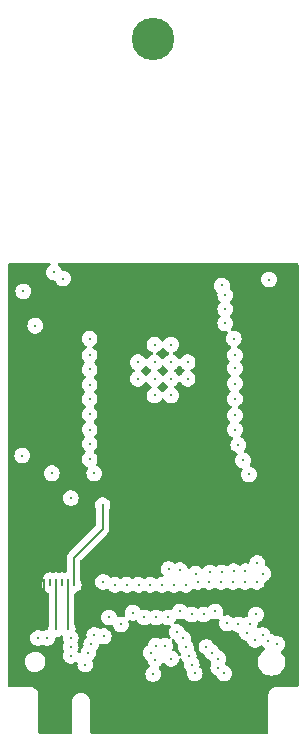
<source format=gbr>
%TF.GenerationSoftware,KiCad,Pcbnew,7.0.5*%
%TF.CreationDate,2023-09-25T03:15:30-05:00*%
%TF.ProjectId,Chimera_Nimean,4368696d-6572-4615-9f4e-696d65616e2e,rev?*%
%TF.SameCoordinates,Original*%
%TF.FileFunction,Copper,L3,Inr*%
%TF.FilePolarity,Positive*%
%FSLAX46Y46*%
G04 Gerber Fmt 4.6, Leading zero omitted, Abs format (unit mm)*
G04 Created by KiCad (PCBNEW 7.0.5) date 2023-09-25 03:15:30*
%MOMM*%
%LPD*%
G01*
G04 APERTURE LIST*
%TA.AperFunction,ComponentPad*%
%ADD10C,3.600000*%
%TD*%
%TA.AperFunction,ViaPad*%
%ADD11C,0.330000*%
%TD*%
%TA.AperFunction,Conductor*%
%ADD12C,0.127000*%
%TD*%
G04 APERTURE END LIST*
D10*
%TO.N,N/C*%
%TO.C,H1*%
X155000000Y-71000000D03*
%TD*%
D11*
%TO.N,GND*%
X164300000Y-116300000D03*
%TO.N,BOOT*%
X146400000Y-107800000D03*
%TO.N,Net-(CN1-1-Pad2)*%
X145250000Y-121750000D03*
%TO.N,Net-(CN1-1-Pad4)*%
X146000000Y-121750000D03*
%TO.N,Net-(CN1-1-Pad6)*%
X148000000Y-121750000D03*
%TO.N,Net-(CN1-1-Pad8)*%
X148000000Y-122500000D03*
%TO.N,Net-(CN1-1-Pad10)*%
X148000000Y-123250000D03*
%TO.N,Net-(CN1-20-Pad58)*%
X160500000Y-123500000D03*
%TO.N,Net-(CN1-20-Pad60)*%
X160500191Y-124250000D03*
%TO.N,Net-(CN1-20-Pad62)*%
X161000064Y-124750000D03*
%TO.N,Net-(CN1-20-Pad64)*%
X162200000Y-120600000D03*
%TO.N,Net-(CN1-1-Pad66)*%
X162900000Y-121300000D03*
%TO.N,Net-(CN1-1-Pad68)*%
X163600000Y-121900000D03*
%TO.N,Net-(CN1-1-Pad70)*%
X164250000Y-121500000D03*
%TO.N,Net-(CN1-1-Pad72)*%
X164750000Y-122000000D03*
%TO.N,Net-(CN1-1-Pad74)*%
X165500000Y-122250000D03*
%TO.N,Net-(CN1-1-Pad3)*%
X146250000Y-117250000D03*
%TO.N,Net-(CN1-1-Pad5)*%
X146750000Y-121000000D03*
%TO.N,Net-(CN1-1-Pad7)*%
X147250000Y-117250000D03*
%TO.N,Net-(CN1-1-Pad69)*%
X162750000Y-117000000D03*
%TO.N,Net-(CN1-1-Pad71)*%
X163700000Y-119750000D03*
%TO.N,Net-(CN1-1-Pad73)*%
X163750000Y-117000000D03*
%TO.N,GND*%
X153700000Y-98400000D03*
X144000000Y-92400000D03*
X156500000Y-101200000D03*
X155100000Y-101200000D03*
X155100000Y-96900000D03*
X143900000Y-106300000D03*
X156500000Y-96900000D03*
X145000000Y-95300000D03*
X153700000Y-99800000D03*
X157900000Y-99800000D03*
X148000000Y-109900000D03*
X157900000Y-98400000D03*
X164800000Y-91400000D03*
X156500000Y-98400000D03*
X155100000Y-99800000D03*
X155100000Y-98400000D03*
X146600000Y-90800000D03*
X156500000Y-99800000D03*
X147342873Y-91310718D03*
X163800000Y-115400000D03*
%TO.N,+3V3*%
X149500000Y-92600000D03*
X165200000Y-115600000D03*
X145750000Y-121000000D03*
X145625000Y-90675000D03*
X143900000Y-94000000D03*
%TO.N,IO4*%
X160800000Y-91900000D03*
X158250000Y-124000000D03*
%TO.N,IO5*%
X149600000Y-96400000D03*
X158000000Y-123250000D03*
%TO.N,IO1*%
X156250000Y-120000000D03*
X156300000Y-115900000D03*
X161100000Y-92700000D03*
%TO.N,IO6*%
X157750000Y-122500000D03*
X149600000Y-97800000D03*
%TO.N,IO2*%
X161100000Y-93900000D03*
X156750000Y-117250000D03*
%TO.N,IO7*%
X149600000Y-99000000D03*
X157500000Y-121750000D03*
%TO.N,TXD0*%
X161100000Y-95100000D03*
X157250000Y-119500000D03*
X157250000Y-116000000D03*
%TO.N,IO15*%
X157000000Y-121250000D03*
X149600000Y-100300000D03*
%TO.N,RXD0*%
X161800000Y-96400000D03*
X157750000Y-117250000D03*
%TO.N,IO16*%
X149600000Y-101500000D03*
X156500000Y-123500000D03*
%TO.N,IO42*%
X161900000Y-97800000D03*
X158600000Y-116300000D03*
X158250000Y-119750000D03*
%TO.N,IO17*%
X155000000Y-124800000D03*
X149600000Y-102800000D03*
%TO.N,IO41*%
X161900000Y-98900000D03*
X158750000Y-117000000D03*
%TO.N,IO18*%
X149600000Y-104100000D03*
X156000000Y-122400000D03*
%TO.N,IO40*%
X159800000Y-116200000D03*
X161900000Y-100200000D03*
X159250000Y-119750000D03*
%TO.N,IO8*%
X155200000Y-122400000D03*
X149600000Y-105300000D03*
%TO.N,IO39*%
X159750000Y-117000000D03*
X161900000Y-101500000D03*
%TO.N,IO19*%
X149600000Y-106600000D03*
X155173977Y-123573977D03*
%TO.N,IO38*%
X160800000Y-116200000D03*
X161900000Y-102900000D03*
X160250000Y-119500000D03*
%TO.N,IO20*%
X150000000Y-107800000D03*
X154762500Y-122987500D03*
%TO.N,IO37*%
X160750000Y-117000000D03*
X161900000Y-104100000D03*
%TO.N,IO45*%
X155750000Y-117250000D03*
%TO.N,IO36*%
X161800000Y-116100000D03*
X161250000Y-120500000D03*
X162200000Y-105400000D03*
%TO.N,IO48*%
X155250000Y-120000000D03*
%TO.N,IO35*%
X162600000Y-106700000D03*
X161750000Y-117000000D03*
%TO.N,IO47*%
X154750000Y-117250000D03*
%TO.N,BOOT*%
X162800000Y-116100000D03*
X163160605Y-120560605D03*
X163100000Y-107900000D03*
%TO.N,IO21*%
X154250000Y-120000000D03*
%TO.N,IO14*%
X153750000Y-117250000D03*
%TO.N,IO13*%
X153250000Y-119600000D03*
%TO.N,IO12*%
X152750000Y-117250000D03*
%TO.N,IO11*%
X152250000Y-120600000D03*
%TO.N,IO10*%
X151750000Y-117250000D03*
%TO.N,IO9*%
X151250000Y-120000000D03*
%TO.N,IO46*%
X150750000Y-117000000D03*
%TO.N,IO3*%
X150700000Y-110500000D03*
X148250000Y-117250000D03*
%TO.N,Net-(CN1-1-Pad9)*%
X147750000Y-121000000D03*
%TO.N,Net-(CN1-Pad20)*%
X149250000Y-124000000D03*
%TO.N,Net-(CN1-20-Pad22)*%
X149500000Y-123000000D03*
%TO.N,Net-(CN1-20-Pad24)*%
X149750000Y-122250000D03*
%TO.N,Net-(CN1-20-Pad26)*%
X150000000Y-121500000D03*
%TO.N,Net-(CN1-20-Pad28)*%
X150800000Y-121600000D03*
%TO.N,Net-(CN1-20-Pad52)*%
X158500000Y-124750000D03*
%TO.N,Net-(CN1-20-Pad54)*%
X159500000Y-122500000D03*
%TO.N,Net-(CN1-20-Pad56)*%
X160000000Y-123000000D03*
%TD*%
D12*
%TO.N,Net-(CN1-1-Pad3)*%
X146250000Y-117250000D02*
X146250000Y-116750000D01*
%TO.N,Net-(CN1-1-Pad5)*%
X146750000Y-121000000D02*
X146750000Y-116750000D01*
%TO.N,Net-(CN1-1-Pad7)*%
X147250000Y-117250000D02*
X147250000Y-116750000D01*
%TO.N,+3V3*%
X145750000Y-121000000D02*
X145750000Y-116750000D01*
%TO.N,IO3*%
X150700000Y-112500000D02*
X148250000Y-114950000D01*
X150700000Y-110500000D02*
X150700000Y-112500000D01*
X148250000Y-114950000D02*
X148250000Y-117250000D01*
%TO.N,Net-(CN1-1-Pad9)*%
X147750000Y-121000000D02*
X147750000Y-116750000D01*
%TD*%
%TA.AperFunction,Conductor*%
%TO.N,+3V3*%
G36*
X146256187Y-90019685D02*
G01*
X146301942Y-90072489D01*
X146311886Y-90141647D01*
X146282861Y-90205203D01*
X146246775Y-90233795D01*
X146233179Y-90240931D01*
X146219175Y-90248281D01*
X146098207Y-90355450D01*
X146098205Y-90355453D01*
X146006402Y-90488453D01*
X146006401Y-90488454D01*
X145949091Y-90639565D01*
X145929612Y-90799999D01*
X145929612Y-90800000D01*
X145949091Y-90960434D01*
X145997643Y-91088453D01*
X146006401Y-91111545D01*
X146098207Y-91244549D01*
X146219176Y-91351719D01*
X146311166Y-91399999D01*
X146362277Y-91426824D01*
X146519194Y-91465500D01*
X146604231Y-91465500D01*
X146671270Y-91485185D01*
X146717025Y-91537989D01*
X146720168Y-91545517D01*
X146749274Y-91622263D01*
X146841080Y-91755267D01*
X146962049Y-91862437D01*
X147105150Y-91937542D01*
X147262067Y-91976218D01*
X147423679Y-91976218D01*
X147580596Y-91937542D01*
X147652126Y-91900000D01*
X160129612Y-91900000D01*
X160149091Y-92060434D01*
X160171911Y-92120603D01*
X160206401Y-92211545D01*
X160298205Y-92344546D01*
X160298207Y-92344549D01*
X160407104Y-92441024D01*
X160444230Y-92500214D01*
X160447972Y-92548785D01*
X160429612Y-92699999D01*
X160429612Y-92700000D01*
X160449091Y-92860434D01*
X160483712Y-92951719D01*
X160506401Y-93011545D01*
X160598207Y-93144549D01*
X160598209Y-93144551D01*
X160598211Y-93144553D01*
X160668907Y-93207184D01*
X160706034Y-93266373D01*
X160705266Y-93336238D01*
X160668908Y-93392813D01*
X160598212Y-93455445D01*
X160598205Y-93455453D01*
X160506402Y-93588453D01*
X160506401Y-93588454D01*
X160449091Y-93739565D01*
X160429612Y-93899999D01*
X160429612Y-93900000D01*
X160449091Y-94060434D01*
X160506400Y-94211545D01*
X160506401Y-94211545D01*
X160598207Y-94344549D01*
X160598209Y-94344551D01*
X160598211Y-94344553D01*
X160668907Y-94407184D01*
X160706034Y-94466373D01*
X160705266Y-94536238D01*
X160668908Y-94592813D01*
X160598212Y-94655445D01*
X160598205Y-94655453D01*
X160506402Y-94788453D01*
X160506401Y-94788454D01*
X160449091Y-94939565D01*
X160429612Y-95099999D01*
X160429612Y-95100000D01*
X160449091Y-95260434D01*
X160464097Y-95300000D01*
X160506401Y-95411545D01*
X160598207Y-95544549D01*
X160719176Y-95651719D01*
X160854526Y-95722756D01*
X160862277Y-95726824D01*
X161019194Y-95765500D01*
X161188307Y-95765500D01*
X161188307Y-95767398D01*
X161247463Y-95777231D01*
X161299252Y-95824132D01*
X161317463Y-95891587D01*
X161296315Y-95958179D01*
X161295543Y-95959310D01*
X161206402Y-96088453D01*
X161206401Y-96088454D01*
X161149091Y-96239565D01*
X161129612Y-96399999D01*
X161129612Y-96400000D01*
X161149091Y-96560434D01*
X161206400Y-96711544D01*
X161206401Y-96711545D01*
X161298207Y-96844549D01*
X161419176Y-96951719D01*
X161542502Y-97016445D01*
X161592714Y-97065028D01*
X161608689Y-97133047D01*
X161585354Y-97198905D01*
X161542505Y-97236036D01*
X161519177Y-97248279D01*
X161398207Y-97355450D01*
X161398205Y-97355453D01*
X161306402Y-97488453D01*
X161306401Y-97488454D01*
X161249091Y-97639565D01*
X161229612Y-97799999D01*
X161229612Y-97800000D01*
X161249091Y-97960434D01*
X161299985Y-98094628D01*
X161306401Y-98111545D01*
X161398205Y-98244546D01*
X161398208Y-98244550D01*
X161412471Y-98257186D01*
X161449596Y-98316376D01*
X161448828Y-98386241D01*
X161412471Y-98442814D01*
X161398208Y-98455449D01*
X161398205Y-98455453D01*
X161306402Y-98588453D01*
X161306401Y-98588454D01*
X161249091Y-98739565D01*
X161229612Y-98899999D01*
X161229612Y-98900000D01*
X161249091Y-99060434D01*
X161305738Y-99209797D01*
X161306401Y-99211545D01*
X161398207Y-99344549D01*
X161519176Y-99451719D01*
X161519177Y-99451719D01*
X161524791Y-99456693D01*
X161522714Y-99459037D01*
X161557730Y-99502292D01*
X161565354Y-99571744D01*
X161534218Y-99634293D01*
X161524367Y-99642828D01*
X161524791Y-99643307D01*
X161398207Y-99755450D01*
X161398205Y-99755453D01*
X161306402Y-99888453D01*
X161306401Y-99888454D01*
X161249091Y-100039565D01*
X161229612Y-100199999D01*
X161229612Y-100200000D01*
X161249091Y-100360434D01*
X161287017Y-100460434D01*
X161306401Y-100511545D01*
X161398207Y-100644549D01*
X161519176Y-100751719D01*
X161519177Y-100751719D01*
X161524791Y-100756693D01*
X161522714Y-100759037D01*
X161557730Y-100802292D01*
X161565354Y-100871744D01*
X161534218Y-100934293D01*
X161524367Y-100942828D01*
X161524791Y-100943307D01*
X161398207Y-101055450D01*
X161398205Y-101055453D01*
X161306402Y-101188453D01*
X161306401Y-101188454D01*
X161249091Y-101339565D01*
X161229612Y-101499999D01*
X161229612Y-101500000D01*
X161249091Y-101660434D01*
X161283712Y-101751719D01*
X161306401Y-101811545D01*
X161398207Y-101944549D01*
X161519176Y-102051719D01*
X161592502Y-102090203D01*
X161642714Y-102138788D01*
X161658689Y-102206807D01*
X161635354Y-102272665D01*
X161592503Y-102309796D01*
X161563074Y-102325241D01*
X161519175Y-102348281D01*
X161398207Y-102455450D01*
X161398205Y-102455453D01*
X161306402Y-102588453D01*
X161306401Y-102588454D01*
X161249091Y-102739565D01*
X161229612Y-102899999D01*
X161229612Y-102900000D01*
X161249091Y-103060434D01*
X161306401Y-103211545D01*
X161306402Y-103211546D01*
X161398205Y-103344546D01*
X161398207Y-103344549D01*
X161468908Y-103407185D01*
X161506034Y-103466375D01*
X161505266Y-103536240D01*
X161468908Y-103592815D01*
X161398207Y-103655450D01*
X161398205Y-103655453D01*
X161306402Y-103788453D01*
X161306401Y-103788454D01*
X161249091Y-103939565D01*
X161229612Y-104099999D01*
X161229612Y-104100000D01*
X161249091Y-104260434D01*
X161306400Y-104411544D01*
X161306401Y-104411545D01*
X161398207Y-104544549D01*
X161519176Y-104651719D01*
X161662277Y-104726824D01*
X161662876Y-104726971D01*
X161663268Y-104727200D01*
X161669293Y-104729485D01*
X161668913Y-104730486D01*
X161723258Y-104762122D01*
X161755052Y-104824338D01*
X161748162Y-104893868D01*
X161715440Y-104940183D01*
X161698209Y-104955448D01*
X161698205Y-104955453D01*
X161606402Y-105088453D01*
X161606401Y-105088454D01*
X161549091Y-105239565D01*
X161529612Y-105399999D01*
X161529612Y-105400000D01*
X161549091Y-105560434D01*
X161606400Y-105711544D01*
X161606401Y-105711545D01*
X161698207Y-105844549D01*
X161819176Y-105951719D01*
X161962277Y-106026824D01*
X162041118Y-106046256D01*
X162101499Y-106081412D01*
X162133288Y-106143631D01*
X162126392Y-106213160D01*
X162101527Y-106248371D01*
X162103181Y-106249837D01*
X162098205Y-106255453D01*
X162006402Y-106388453D01*
X162006401Y-106388454D01*
X161949091Y-106539565D01*
X161929612Y-106699999D01*
X161929612Y-106700000D01*
X161949091Y-106860434D01*
X161974270Y-106926824D01*
X162006401Y-107011545D01*
X162098207Y-107144549D01*
X162219176Y-107251719D01*
X162362277Y-107326824D01*
X162465356Y-107352230D01*
X162525735Y-107387384D01*
X162557524Y-107449603D01*
X162550629Y-107519132D01*
X162537731Y-107543065D01*
X162506401Y-107588454D01*
X162449091Y-107739565D01*
X162429612Y-107899999D01*
X162429612Y-107900000D01*
X162449091Y-108060434D01*
X162468476Y-108111546D01*
X162506401Y-108211545D01*
X162598207Y-108344549D01*
X162719176Y-108451719D01*
X162862277Y-108526824D01*
X163019194Y-108565500D01*
X163180806Y-108565500D01*
X163337723Y-108526824D01*
X163480824Y-108451719D01*
X163601793Y-108344549D01*
X163693599Y-108211545D01*
X163750908Y-108060434D01*
X163770388Y-107900000D01*
X163750908Y-107739566D01*
X163693599Y-107588455D01*
X163601793Y-107455451D01*
X163480824Y-107348281D01*
X163467276Y-107341171D01*
X163337722Y-107273175D01*
X163250667Y-107251719D01*
X163234643Y-107247769D01*
X163174264Y-107212614D01*
X163142475Y-107150395D01*
X163149371Y-107080866D01*
X163162267Y-107056936D01*
X163193599Y-107011545D01*
X163250908Y-106860434D01*
X163270388Y-106700000D01*
X163250908Y-106539566D01*
X163193599Y-106388455D01*
X163101793Y-106255451D01*
X162980824Y-106148281D01*
X162837723Y-106073176D01*
X162837722Y-106073175D01*
X162837721Y-106073175D01*
X162758880Y-106053743D01*
X162698499Y-106018587D01*
X162666711Y-105956367D01*
X162673607Y-105886839D01*
X162698487Y-105851641D01*
X162696819Y-105850163D01*
X162701785Y-105844555D01*
X162701793Y-105844549D01*
X162793599Y-105711545D01*
X162850908Y-105560434D01*
X162870388Y-105400000D01*
X162850908Y-105239566D01*
X162793599Y-105088455D01*
X162701793Y-104955451D01*
X162580824Y-104848281D01*
X162437723Y-104773176D01*
X162437111Y-104773025D01*
X162436711Y-104772792D01*
X162430707Y-104770515D01*
X162431085Y-104769516D01*
X162376733Y-104737869D01*
X162344945Y-104675650D01*
X162351841Y-104606121D01*
X162384562Y-104559813D01*
X162401793Y-104544549D01*
X162493599Y-104411545D01*
X162550908Y-104260434D01*
X162570388Y-104100000D01*
X162550908Y-103939566D01*
X162493599Y-103788455D01*
X162401793Y-103655451D01*
X162331091Y-103592814D01*
X162293965Y-103533624D01*
X162294733Y-103463759D01*
X162331091Y-103407185D01*
X162401793Y-103344549D01*
X162493599Y-103211545D01*
X162550908Y-103060434D01*
X162570388Y-102900000D01*
X162550908Y-102739566D01*
X162493599Y-102588455D01*
X162401793Y-102455451D01*
X162280824Y-102348281D01*
X162207497Y-102309796D01*
X162157285Y-102261212D01*
X162141310Y-102193194D01*
X162164645Y-102127336D01*
X162207496Y-102090203D01*
X162280824Y-102051719D01*
X162401793Y-101944549D01*
X162493599Y-101811545D01*
X162550908Y-101660434D01*
X162570388Y-101500000D01*
X162550908Y-101339566D01*
X162493599Y-101188455D01*
X162401793Y-101055451D01*
X162280824Y-100948281D01*
X162280822Y-100948280D01*
X162275209Y-100943307D01*
X162277294Y-100940953D01*
X162242300Y-100897783D01*
X162234631Y-100828336D01*
X162265726Y-100765767D01*
X162275638Y-100757177D01*
X162275209Y-100756693D01*
X162280822Y-100751719D01*
X162280824Y-100751719D01*
X162401793Y-100644549D01*
X162493599Y-100511545D01*
X162550908Y-100360434D01*
X162570388Y-100200000D01*
X162550908Y-100039566D01*
X162493599Y-99888455D01*
X162401793Y-99755451D01*
X162280824Y-99648281D01*
X162280822Y-99648280D01*
X162275209Y-99643307D01*
X162277294Y-99640953D01*
X162242300Y-99597783D01*
X162234631Y-99528336D01*
X162265726Y-99465767D01*
X162275638Y-99457177D01*
X162275209Y-99456693D01*
X162280822Y-99451719D01*
X162280824Y-99451719D01*
X162401793Y-99344549D01*
X162493599Y-99211545D01*
X162550908Y-99060434D01*
X162570388Y-98900000D01*
X162550908Y-98739566D01*
X162540281Y-98711546D01*
X162517630Y-98651819D01*
X162493599Y-98588455D01*
X162401793Y-98455451D01*
X162401790Y-98455448D01*
X162401789Y-98455447D01*
X162387531Y-98442816D01*
X162350404Y-98383627D01*
X162351170Y-98313762D01*
X162387531Y-98257184D01*
X162401788Y-98244553D01*
X162401793Y-98244549D01*
X162493599Y-98111545D01*
X162550908Y-97960434D01*
X162570388Y-97800000D01*
X162554970Y-97673015D01*
X162550908Y-97639565D01*
X162516457Y-97548726D01*
X162493599Y-97488455D01*
X162401793Y-97355451D01*
X162280824Y-97248281D01*
X162157497Y-97183554D01*
X162107285Y-97134970D01*
X162091310Y-97066951D01*
X162114645Y-97001093D01*
X162157499Y-96963961D01*
X162161748Y-96961730D01*
X162180824Y-96951719D01*
X162301793Y-96844549D01*
X162393599Y-96711545D01*
X162450908Y-96560434D01*
X162470388Y-96400000D01*
X162450908Y-96239566D01*
X162393599Y-96088455D01*
X162301793Y-95955451D01*
X162180824Y-95848281D01*
X162134812Y-95824132D01*
X162037722Y-95773175D01*
X161880806Y-95734500D01*
X161719194Y-95734500D01*
X161711693Y-95734500D01*
X161711693Y-95732605D01*
X161652512Y-95722756D01*
X161600733Y-95675844D01*
X161582536Y-95608386D01*
X161603699Y-95541798D01*
X161604359Y-95540831D01*
X161693599Y-95411545D01*
X161750908Y-95260434D01*
X161770388Y-95100000D01*
X161750908Y-94939566D01*
X161693599Y-94788455D01*
X161601793Y-94655451D01*
X161531090Y-94592813D01*
X161493965Y-94533624D01*
X161494733Y-94463759D01*
X161531091Y-94407185D01*
X161601793Y-94344549D01*
X161693599Y-94211545D01*
X161750908Y-94060434D01*
X161770388Y-93900000D01*
X161750908Y-93739566D01*
X161693599Y-93588455D01*
X161601793Y-93455451D01*
X161531090Y-93392813D01*
X161493965Y-93333624D01*
X161494733Y-93263759D01*
X161531091Y-93207185D01*
X161601793Y-93144549D01*
X161693599Y-93011545D01*
X161750908Y-92860434D01*
X161770388Y-92700000D01*
X161750908Y-92539566D01*
X161693599Y-92388455D01*
X161601793Y-92255451D01*
X161601790Y-92255448D01*
X161601788Y-92255446D01*
X161492896Y-92158976D01*
X161455769Y-92099787D01*
X161452027Y-92051214D01*
X161461134Y-91976218D01*
X161470388Y-91900000D01*
X161452815Y-91755267D01*
X161450908Y-91739565D01*
X161406421Y-91622264D01*
X161393599Y-91588455D01*
X161301793Y-91455451D01*
X161239202Y-91400000D01*
X164129612Y-91400000D01*
X164149091Y-91560434D01*
X164206400Y-91711545D01*
X164206401Y-91711545D01*
X164298207Y-91844549D01*
X164419176Y-91951719D01*
X164562277Y-92026824D01*
X164719194Y-92065500D01*
X164880806Y-92065500D01*
X165037723Y-92026824D01*
X165180824Y-91951719D01*
X165301793Y-91844549D01*
X165393599Y-91711545D01*
X165450908Y-91560434D01*
X165470388Y-91400000D01*
X165450908Y-91239566D01*
X165393599Y-91088455D01*
X165301793Y-90955451D01*
X165180824Y-90848281D01*
X165167276Y-90841171D01*
X165037722Y-90773175D01*
X164880806Y-90734500D01*
X164719194Y-90734500D01*
X164562277Y-90773175D01*
X164419177Y-90848280D01*
X164298207Y-90955450D01*
X164298205Y-90955453D01*
X164206402Y-91088453D01*
X164206401Y-91088454D01*
X164149091Y-91239565D01*
X164129612Y-91399999D01*
X164129612Y-91400000D01*
X161239202Y-91400000D01*
X161180824Y-91348281D01*
X161167276Y-91341170D01*
X161037722Y-91273175D01*
X160880806Y-91234500D01*
X160719194Y-91234500D01*
X160562277Y-91273175D01*
X160419177Y-91348280D01*
X160298207Y-91455450D01*
X160298205Y-91455453D01*
X160206402Y-91588453D01*
X160206401Y-91588454D01*
X160149091Y-91739565D01*
X160129612Y-91899999D01*
X160129612Y-91900000D01*
X147652126Y-91900000D01*
X147723697Y-91862437D01*
X147844666Y-91755267D01*
X147936472Y-91622263D01*
X147993781Y-91471152D01*
X148013261Y-91310718D01*
X147993781Y-91150284D01*
X147936472Y-90999173D01*
X147844666Y-90866169D01*
X147723697Y-90758999D01*
X147677018Y-90734500D01*
X147580595Y-90683893D01*
X147423679Y-90645218D01*
X147338642Y-90645218D01*
X147271603Y-90625533D01*
X147225848Y-90572729D01*
X147222700Y-90565189D01*
X147193599Y-90488455D01*
X147101793Y-90355451D01*
X146980824Y-90248281D01*
X146953224Y-90233795D01*
X146903014Y-90185212D01*
X146887039Y-90117193D01*
X146910374Y-90051335D01*
X146965610Y-90008548D01*
X147010852Y-90000000D01*
X167175500Y-90000000D01*
X167242539Y-90019685D01*
X167288294Y-90072489D01*
X167299500Y-90124000D01*
X167299500Y-125775500D01*
X167279815Y-125842539D01*
X167227011Y-125888294D01*
X167175500Y-125899500D01*
X165356005Y-125899500D01*
X165220677Y-125926418D01*
X165220667Y-125926421D01*
X165093195Y-125979221D01*
X165093182Y-125979228D01*
X164978458Y-126055885D01*
X164978454Y-126055888D01*
X164880888Y-126153454D01*
X164880885Y-126153458D01*
X164804228Y-126268182D01*
X164804221Y-126268195D01*
X164751421Y-126395667D01*
X164751418Y-126395677D01*
X164724500Y-126531004D01*
X164724500Y-129775500D01*
X164704815Y-129842539D01*
X164652011Y-129888294D01*
X164600500Y-129899500D01*
X149799500Y-129899500D01*
X149732461Y-129879815D01*
X149686706Y-129827011D01*
X149675500Y-129775500D01*
X149675500Y-127115864D01*
X149640514Y-126951269D01*
X149640512Y-126951264D01*
X149616832Y-126898078D01*
X149572072Y-126797546D01*
X149473164Y-126661411D01*
X149348114Y-126548815D01*
X149202386Y-126464679D01*
X149202380Y-126464676D01*
X149042353Y-126412681D01*
X149042350Y-126412680D01*
X148875000Y-126395091D01*
X148707650Y-126412680D01*
X148707647Y-126412680D01*
X148707646Y-126412681D01*
X148547619Y-126464676D01*
X148547613Y-126464679D01*
X148401887Y-126548814D01*
X148276837Y-126661409D01*
X148177927Y-126797546D01*
X148109487Y-126951264D01*
X148109485Y-126951269D01*
X148074500Y-127115864D01*
X148074500Y-129775500D01*
X148054815Y-129842539D01*
X148002011Y-129888294D01*
X147950500Y-129899500D01*
X145399500Y-129899500D01*
X145332461Y-129879815D01*
X145286706Y-129827011D01*
X145275500Y-129775500D01*
X145275500Y-126531004D01*
X145248581Y-126395677D01*
X145248580Y-126395676D01*
X145248580Y-126395672D01*
X145209159Y-126300500D01*
X145195778Y-126268195D01*
X145195771Y-126268182D01*
X145119114Y-126153458D01*
X145119111Y-126153454D01*
X145021545Y-126055888D01*
X145021541Y-126055885D01*
X144906817Y-125979228D01*
X144906804Y-125979221D01*
X144779332Y-125926421D01*
X144779322Y-125926418D01*
X144643995Y-125899500D01*
X144643993Y-125899500D01*
X144597590Y-125899500D01*
X144022590Y-125899500D01*
X142824500Y-125899500D01*
X142757461Y-125879815D01*
X142711706Y-125827011D01*
X142700500Y-125775500D01*
X142700500Y-123728296D01*
X144141786Y-123728296D01*
X144151848Y-123913886D01*
X144151848Y-123913891D01*
X144201569Y-124092972D01*
X144201573Y-124092980D01*
X144288633Y-124257192D01*
X144372097Y-124355453D01*
X144408959Y-124398850D01*
X144556925Y-124511331D01*
X144556926Y-124511331D01*
X144556927Y-124511332D01*
X144725607Y-124589372D01*
X144725615Y-124589375D01*
X144780684Y-124601496D01*
X144907131Y-124629329D01*
X144907134Y-124629329D01*
X145046391Y-124629329D01*
X145046396Y-124629329D01*
X145184839Y-124614272D01*
X145360975Y-124554925D01*
X145520235Y-124459102D01*
X145655172Y-124331283D01*
X145672687Y-124305451D01*
X145684129Y-124288574D01*
X145759477Y-124177444D01*
X145764236Y-124165500D01*
X145828272Y-124004784D01*
X145828273Y-124004780D01*
X145858342Y-123821364D01*
X145848280Y-123635771D01*
X145837721Y-123597740D01*
X145798558Y-123456685D01*
X145798554Y-123456677D01*
X145711494Y-123292465D01*
X145591169Y-123150808D01*
X145563044Y-123129428D01*
X145443203Y-123038327D01*
X145443201Y-123038326D01*
X145443200Y-123038325D01*
X145274520Y-122960285D01*
X145274512Y-122960282D01*
X145092997Y-122920329D01*
X144953732Y-122920329D01*
X144953730Y-122920329D01*
X144815290Y-122935385D01*
X144815287Y-122935386D01*
X144639147Y-122994735D01*
X144479891Y-123090557D01*
X144479890Y-123090558D01*
X144344954Y-123218375D01*
X144240649Y-123372216D01*
X144240648Y-123372218D01*
X144171855Y-123544873D01*
X144158421Y-123626823D01*
X144147318Y-123694553D01*
X144141786Y-123728296D01*
X142700500Y-123728296D01*
X142700500Y-121750000D01*
X144579612Y-121750000D01*
X144599091Y-121910434D01*
X144627441Y-121985185D01*
X144656401Y-122061545D01*
X144748207Y-122194549D01*
X144869176Y-122301719D01*
X145012277Y-122376824D01*
X145169194Y-122415500D01*
X145330806Y-122415500D01*
X145487723Y-122376824D01*
X145567376Y-122335018D01*
X145635882Y-122321293D01*
X145682621Y-122335017D01*
X145762277Y-122376824D01*
X145919194Y-122415500D01*
X146080806Y-122415500D01*
X146237723Y-122376824D01*
X146380824Y-122301719D01*
X146501793Y-122194549D01*
X146593599Y-122061545D01*
X146650908Y-121910434D01*
X146664108Y-121801719D01*
X146667407Y-121774553D01*
X146695029Y-121710375D01*
X146752963Y-121671319D01*
X146790503Y-121665500D01*
X146830806Y-121665500D01*
X146987723Y-121626824D01*
X147130824Y-121551719D01*
X147135811Y-121547300D01*
X147199037Y-121517575D01*
X147268301Y-121526752D01*
X147321609Y-121571918D01*
X147342035Y-121638735D01*
X147341139Y-121655055D01*
X147329612Y-121749998D01*
X147329612Y-121750000D01*
X147349091Y-121910434D01*
X147406399Y-122061541D01*
X147409462Y-122067376D01*
X147423185Y-122135885D01*
X147409462Y-122182624D01*
X147406399Y-122188458D01*
X147349091Y-122339565D01*
X147329612Y-122499999D01*
X147329612Y-122500000D01*
X147349091Y-122660434D01*
X147406399Y-122811541D01*
X147409462Y-122817376D01*
X147423185Y-122885885D01*
X147409462Y-122932624D01*
X147406399Y-122938458D01*
X147349091Y-123089565D01*
X147329612Y-123249999D01*
X147329612Y-123250000D01*
X147349091Y-123410434D01*
X147383060Y-123500000D01*
X147406401Y-123561545D01*
X147498207Y-123694549D01*
X147619176Y-123801719D01*
X147762277Y-123876824D01*
X147919194Y-123915500D01*
X148080806Y-123915500D01*
X148237723Y-123876824D01*
X148380824Y-123801719D01*
X148385811Y-123797300D01*
X148449037Y-123767575D01*
X148518301Y-123776752D01*
X148571609Y-123821918D01*
X148592035Y-123888735D01*
X148591139Y-123905055D01*
X148579612Y-123999998D01*
X148579612Y-124000000D01*
X148599091Y-124160434D01*
X148648853Y-124291642D01*
X148656401Y-124311545D01*
X148748207Y-124444549D01*
X148869176Y-124551719D01*
X149012277Y-124626824D01*
X149169194Y-124665500D01*
X149330806Y-124665500D01*
X149487723Y-124626824D01*
X149630824Y-124551719D01*
X149751793Y-124444549D01*
X149843599Y-124311545D01*
X149900908Y-124160434D01*
X149920388Y-124000000D01*
X149913654Y-123944544D01*
X149900908Y-123839566D01*
X149885113Y-123797918D01*
X149844494Y-123690816D01*
X149839128Y-123621158D01*
X149872275Y-123559651D01*
X149878210Y-123554034D01*
X149880821Y-123551720D01*
X149880824Y-123551719D01*
X150001793Y-123444549D01*
X150093599Y-123311545D01*
X150150908Y-123160434D01*
X150170388Y-123000000D01*
X150152652Y-122853932D01*
X150164112Y-122785011D01*
X150193522Y-122746172D01*
X150251792Y-122694550D01*
X150256000Y-122688454D01*
X150343599Y-122561545D01*
X150400908Y-122410434D01*
X150410372Y-122332487D01*
X150437993Y-122268310D01*
X150495927Y-122229253D01*
X150563141Y-122227037D01*
X150719194Y-122265500D01*
X150880806Y-122265500D01*
X151037723Y-122226824D01*
X151180824Y-122151719D01*
X151301793Y-122044549D01*
X151393599Y-121911545D01*
X151450908Y-121760434D01*
X151470388Y-121600000D01*
X151465174Y-121557054D01*
X151450908Y-121439565D01*
X151426252Y-121374553D01*
X151393599Y-121288455D01*
X151301793Y-121155451D01*
X151297580Y-121151719D01*
X151265361Y-121123175D01*
X151180824Y-121048281D01*
X151111609Y-121011954D01*
X151037722Y-120973175D01*
X150880806Y-120934500D01*
X150719194Y-120934500D01*
X150562274Y-120973176D01*
X150541757Y-120983944D01*
X150473248Y-120997666D01*
X150408196Y-120972171D01*
X150401909Y-120966961D01*
X150380824Y-120948281D01*
X150362089Y-120938448D01*
X150237722Y-120873175D01*
X150080806Y-120834500D01*
X149919194Y-120834500D01*
X149762277Y-120873175D01*
X149619177Y-120948280D01*
X149498207Y-121055450D01*
X149498205Y-121055453D01*
X149406402Y-121188453D01*
X149406401Y-121188454D01*
X149349091Y-121339565D01*
X149329612Y-121499999D01*
X149329612Y-121500000D01*
X149347347Y-121646064D01*
X149335886Y-121714987D01*
X149306480Y-121753824D01*
X149248208Y-121805449D01*
X149248205Y-121805453D01*
X149156402Y-121938453D01*
X149156401Y-121938454D01*
X149099091Y-122089565D01*
X149079612Y-122249999D01*
X149079612Y-122250000D01*
X149097347Y-122396064D01*
X149085886Y-122464987D01*
X149056480Y-122503824D01*
X148998208Y-122555449D01*
X148998205Y-122555453D01*
X148906402Y-122688453D01*
X148906401Y-122688454D01*
X148849092Y-122839564D01*
X148838675Y-122925354D01*
X148811053Y-122989532D01*
X148753118Y-123028588D01*
X148683266Y-123030123D01*
X148623672Y-122993648D01*
X148599638Y-122954380D01*
X148593599Y-122938455D01*
X148593594Y-122938448D01*
X148590538Y-122932624D01*
X148576815Y-122864115D01*
X148590538Y-122817376D01*
X148593594Y-122811551D01*
X148593599Y-122811545D01*
X148650908Y-122660434D01*
X148670388Y-122500000D01*
X148662591Y-122435781D01*
X148650908Y-122339565D01*
X148593600Y-122188458D01*
X148593599Y-122188455D01*
X148593596Y-122188451D01*
X148590538Y-122182624D01*
X148576815Y-122114115D01*
X148590538Y-122067376D01*
X148593594Y-122061551D01*
X148593599Y-122061545D01*
X148650908Y-121910434D01*
X148670388Y-121750000D01*
X148654062Y-121615537D01*
X148650908Y-121589565D01*
X148616940Y-121500000D01*
X148593599Y-121438455D01*
X148501793Y-121305451D01*
X148501790Y-121305448D01*
X148501788Y-121305446D01*
X148443521Y-121253826D01*
X148406394Y-121194637D01*
X148402652Y-121146068D01*
X148420388Y-121000000D01*
X148400908Y-120839566D01*
X148400907Y-120839564D01*
X148361941Y-120736820D01*
X148343599Y-120688455D01*
X148335948Y-120677371D01*
X148314067Y-120611017D01*
X148314000Y-120606933D01*
X148314000Y-120000000D01*
X150579612Y-120000000D01*
X150599091Y-120160434D01*
X150634307Y-120253289D01*
X150656401Y-120311545D01*
X150748207Y-120444549D01*
X150869176Y-120551719D01*
X151012277Y-120626824D01*
X151169194Y-120665500D01*
X151330806Y-120665500D01*
X151444205Y-120637550D01*
X151514006Y-120640619D01*
X151571068Y-120680939D01*
X151596975Y-120743000D01*
X151599092Y-120760434D01*
X151656401Y-120911545D01*
X151748207Y-121044549D01*
X151869176Y-121151719D01*
X152012277Y-121226824D01*
X152169194Y-121265500D01*
X152330806Y-121265500D01*
X152487723Y-121226824D01*
X152630824Y-121151719D01*
X152751793Y-121044549D01*
X152843599Y-120911545D01*
X152900908Y-120760434D01*
X152920388Y-120600000D01*
X152900908Y-120439566D01*
X152884201Y-120395515D01*
X152878833Y-120325854D01*
X152911980Y-120264347D01*
X152973118Y-120230525D01*
X153029816Y-120231146D01*
X153169194Y-120265500D01*
X153330806Y-120265500D01*
X153487719Y-120226825D01*
X153487719Y-120226824D01*
X153487723Y-120226824D01*
X153487726Y-120226822D01*
X153491143Y-120225526D01*
X153493831Y-120225318D01*
X153495006Y-120225029D01*
X153495054Y-120225224D01*
X153560805Y-120220149D01*
X153622316Y-120253289D01*
X153651070Y-120297489D01*
X153656401Y-120311545D01*
X153748207Y-120444549D01*
X153869176Y-120551719D01*
X154012277Y-120626824D01*
X154169194Y-120665500D01*
X154330806Y-120665500D01*
X154487723Y-120626824D01*
X154630824Y-120551719D01*
X154667773Y-120518984D01*
X154731005Y-120489264D01*
X154800269Y-120498446D01*
X154832225Y-120518983D01*
X154869176Y-120551719D01*
X155012277Y-120626824D01*
X155169194Y-120665500D01*
X155330806Y-120665500D01*
X155487723Y-120626824D01*
X155630824Y-120551719D01*
X155667773Y-120518984D01*
X155731005Y-120489264D01*
X155800269Y-120498446D01*
X155832225Y-120518983D01*
X155869176Y-120551719D01*
X156012277Y-120626824D01*
X156169194Y-120665500D01*
X156330804Y-120665500D01*
X156330806Y-120665500D01*
X156331458Y-120665339D01*
X156331953Y-120665360D01*
X156338252Y-120664596D01*
X156338379Y-120665642D01*
X156401259Y-120668399D01*
X156458326Y-120708712D01*
X156484539Y-120773479D01*
X156471576Y-120842135D01*
X156463196Y-120856171D01*
X156406404Y-120938448D01*
X156406401Y-120938454D01*
X156349091Y-121089565D01*
X156329612Y-121249999D01*
X156329612Y-121250000D01*
X156349091Y-121410434D01*
X156406401Y-121561545D01*
X156406401Y-121561546D01*
X156425742Y-121589565D01*
X156440913Y-121611545D01*
X156445495Y-121618182D01*
X156467378Y-121684536D01*
X156449913Y-121752188D01*
X156398645Y-121799658D01*
X156329852Y-121811875D01*
X156285820Y-121798419D01*
X156237722Y-121773175D01*
X156080806Y-121734500D01*
X155919194Y-121734500D01*
X155762277Y-121773175D01*
X155657625Y-121828101D01*
X155589116Y-121841825D01*
X155542375Y-121828101D01*
X155437722Y-121773175D01*
X155280806Y-121734500D01*
X155119194Y-121734500D01*
X154962277Y-121773175D01*
X154819177Y-121848280D01*
X154698207Y-121955450D01*
X154698205Y-121955453D01*
X154606402Y-122088453D01*
X154606401Y-122088454D01*
X154549092Y-122239562D01*
X154549091Y-122239568D01*
X154542885Y-122290683D01*
X154515263Y-122354861D01*
X154477415Y-122385532D01*
X154381678Y-122435779D01*
X154260707Y-122542950D01*
X154260705Y-122542953D01*
X154168902Y-122675953D01*
X154168901Y-122675954D01*
X154111591Y-122827065D01*
X154092112Y-122987499D01*
X154092112Y-122987500D01*
X154111591Y-123147934D01*
X154166406Y-123292467D01*
X154168901Y-123299045D01*
X154260707Y-123432049D01*
X154381676Y-123539219D01*
X154393872Y-123545620D01*
X154449751Y-123574947D01*
X154499965Y-123623531D01*
X154515223Y-123669797D01*
X154523068Y-123734410D01*
X154523069Y-123734411D01*
X154580378Y-123885522D01*
X154662696Y-124004780D01*
X154672182Y-124018523D01*
X154672186Y-124018528D01*
X154680858Y-124026211D01*
X154717983Y-124085401D01*
X154717213Y-124155267D01*
X154678794Y-124213625D01*
X154656255Y-124228820D01*
X154619177Y-124248280D01*
X154498207Y-124355450D01*
X154498205Y-124355453D01*
X154406402Y-124488453D01*
X154406401Y-124488454D01*
X154349091Y-124639565D01*
X154329612Y-124799999D01*
X154329612Y-124800000D01*
X154349091Y-124960434D01*
X154387439Y-125061547D01*
X154406401Y-125111545D01*
X154498207Y-125244549D01*
X154619176Y-125351719D01*
X154762277Y-125426824D01*
X154919194Y-125465500D01*
X155080806Y-125465500D01*
X155237723Y-125426824D01*
X155380824Y-125351719D01*
X155501793Y-125244549D01*
X155593599Y-125111545D01*
X155650908Y-124960434D01*
X155670388Y-124800000D01*
X155650908Y-124639566D01*
X155647913Y-124631670D01*
X155621318Y-124561545D01*
X155593599Y-124488455D01*
X155501793Y-124355451D01*
X155501790Y-124355448D01*
X155493118Y-124347765D01*
X155455993Y-124288574D01*
X155456763Y-124218709D01*
X155495183Y-124160350D01*
X155517714Y-124145160D01*
X155554801Y-124125696D01*
X155675770Y-124018526D01*
X155760470Y-123895815D01*
X155814751Y-123851827D01*
X155884200Y-123844167D01*
X155946765Y-123875270D01*
X155964568Y-123895816D01*
X155998203Y-123944544D01*
X155998205Y-123944546D01*
X155998207Y-123944549D01*
X156119176Y-124051719D01*
X156262277Y-124126824D01*
X156419194Y-124165500D01*
X156580806Y-124165500D01*
X156737723Y-124126824D01*
X156880824Y-124051719D01*
X157001793Y-123944549D01*
X157093599Y-123811545D01*
X157150908Y-123660434D01*
X157161324Y-123574644D01*
X157188945Y-123510468D01*
X157246879Y-123471411D01*
X157316732Y-123469876D01*
X157376326Y-123506350D01*
X157400360Y-123545617D01*
X157404088Y-123555446D01*
X157406402Y-123561547D01*
X157434616Y-123602422D01*
X157498207Y-123694549D01*
X157498209Y-123694551D01*
X157498211Y-123694553D01*
X157556478Y-123746173D01*
X157593605Y-123805362D01*
X157597347Y-123853934D01*
X157579612Y-123999999D01*
X157579612Y-124000000D01*
X157599091Y-124160434D01*
X157648853Y-124291642D01*
X157656401Y-124311545D01*
X157748207Y-124444549D01*
X157748209Y-124444551D01*
X157748211Y-124444553D01*
X157806478Y-124496173D01*
X157843605Y-124555362D01*
X157847347Y-124603934D01*
X157829612Y-124749999D01*
X157829612Y-124750000D01*
X157849091Y-124910434D01*
X157906400Y-125061545D01*
X157906401Y-125061545D01*
X157998207Y-125194549D01*
X158119176Y-125301719D01*
X158262277Y-125376824D01*
X158419194Y-125415500D01*
X158580806Y-125415500D01*
X158737723Y-125376824D01*
X158880824Y-125301719D01*
X159001793Y-125194549D01*
X159093599Y-125061545D01*
X159150908Y-124910434D01*
X159170388Y-124750000D01*
X159150908Y-124589566D01*
X159150835Y-124589374D01*
X159121237Y-124511331D01*
X159093599Y-124438455D01*
X159001793Y-124305451D01*
X159001790Y-124305448D01*
X159001788Y-124305446D01*
X158943521Y-124253826D01*
X158906394Y-124194637D01*
X158902652Y-124146068D01*
X158920388Y-124000000D01*
X158900908Y-123839566D01*
X158890281Y-123811546D01*
X158873605Y-123767575D01*
X158843599Y-123688455D01*
X158751793Y-123555451D01*
X158751790Y-123555448D01*
X158751788Y-123555446D01*
X158693521Y-123503826D01*
X158656394Y-123444637D01*
X158652652Y-123396068D01*
X158670388Y-123250000D01*
X158652653Y-123103935D01*
X158650908Y-123089565D01*
X158616940Y-123000000D01*
X158593599Y-122938455D01*
X158501793Y-122805451D01*
X158501790Y-122805448D01*
X158501788Y-122805446D01*
X158443521Y-122753826D01*
X158406394Y-122694637D01*
X158402652Y-122646068D01*
X158420388Y-122500000D01*
X158829612Y-122500000D01*
X158849091Y-122660434D01*
X158897869Y-122789048D01*
X158906401Y-122811545D01*
X158998207Y-122944549D01*
X159119176Y-123051719D01*
X159262277Y-123126824D01*
X159280792Y-123131387D01*
X159341172Y-123166540D01*
X159367059Y-123207811D01*
X159406401Y-123311545D01*
X159498207Y-123444549D01*
X159619176Y-123551719D01*
X159762277Y-123626824D01*
X159780792Y-123631387D01*
X159841172Y-123666540D01*
X159867059Y-123707811D01*
X159906401Y-123811545D01*
X159906405Y-123811551D01*
X159909557Y-123817557D01*
X159923280Y-123886066D01*
X159909560Y-123932798D01*
X159906594Y-123938450D01*
X159849282Y-124089565D01*
X159829803Y-124249999D01*
X159829803Y-124250000D01*
X159849282Y-124410434D01*
X159901424Y-124547918D01*
X159906592Y-124561545D01*
X159998398Y-124694549D01*
X160119367Y-124801719D01*
X160222751Y-124855979D01*
X160262468Y-124876824D01*
X160280844Y-124881353D01*
X160341224Y-124916509D01*
X160367111Y-124957778D01*
X160387515Y-125011578D01*
X160406465Y-125061545D01*
X160498271Y-125194549D01*
X160619240Y-125301719D01*
X160762341Y-125376824D01*
X160919258Y-125415500D01*
X161080870Y-125415500D01*
X161237787Y-125376824D01*
X161380888Y-125301719D01*
X161501857Y-125194549D01*
X161593663Y-125061545D01*
X161650972Y-124910434D01*
X161670452Y-124750000D01*
X161650972Y-124589566D01*
X161650899Y-124589374D01*
X161621301Y-124511331D01*
X161593663Y-124438455D01*
X161501857Y-124305451D01*
X161380888Y-124198281D01*
X161237787Y-124123176D01*
X161237786Y-124123175D01*
X161237785Y-124123175D01*
X161219408Y-124118646D01*
X161159028Y-124083489D01*
X161133143Y-124042221D01*
X161093790Y-123938455D01*
X161093787Y-123938450D01*
X161090633Y-123932440D01*
X161076910Y-123863932D01*
X161090639Y-123817182D01*
X161093592Y-123811555D01*
X161093599Y-123811545D01*
X161150908Y-123660434D01*
X161170388Y-123500000D01*
X161154873Y-123372216D01*
X161150908Y-123339565D01*
X161116940Y-123250000D01*
X161093599Y-123188455D01*
X161001793Y-123055451D01*
X160997580Y-123051719D01*
X160927386Y-122989532D01*
X160880824Y-122948281D01*
X160737723Y-122873176D01*
X160719204Y-122868611D01*
X160658825Y-122833455D01*
X160632939Y-122792186D01*
X160631749Y-122789047D01*
X160593599Y-122688455D01*
X160501793Y-122555451D01*
X160497580Y-122551719D01*
X160469480Y-122526824D01*
X160380824Y-122448281D01*
X160237723Y-122373176D01*
X160219204Y-122368611D01*
X160158825Y-122333455D01*
X160132939Y-122292186D01*
X160116940Y-122250000D01*
X160093599Y-122188455D01*
X160001793Y-122055451D01*
X159880824Y-121948281D01*
X159839941Y-121926824D01*
X159737722Y-121873175D01*
X159580806Y-121834500D01*
X159419194Y-121834500D01*
X159262277Y-121873175D01*
X159119177Y-121948280D01*
X158998207Y-122055450D01*
X158998205Y-122055453D01*
X158906402Y-122188453D01*
X158906401Y-122188454D01*
X158849091Y-122339565D01*
X158829612Y-122499999D01*
X158829612Y-122500000D01*
X158420388Y-122500000D01*
X158400908Y-122339566D01*
X158398590Y-122333455D01*
X158366940Y-122250000D01*
X158343599Y-122188455D01*
X158251793Y-122055451D01*
X158251790Y-122055448D01*
X158251788Y-122055446D01*
X158193521Y-122003826D01*
X158156394Y-121944637D01*
X158152652Y-121896068D01*
X158170388Y-121750000D01*
X158150908Y-121589566D01*
X158140281Y-121561546D01*
X158116940Y-121500000D01*
X158093599Y-121438455D01*
X158001793Y-121305451D01*
X157880824Y-121198281D01*
X157737723Y-121123176D01*
X157719204Y-121118611D01*
X157658825Y-121083455D01*
X157632939Y-121042186D01*
X157625935Y-121023718D01*
X157593599Y-120938455D01*
X157501793Y-120805451D01*
X157380824Y-120698281D01*
X157362100Y-120688454D01*
X157237722Y-120623175D01*
X157080806Y-120584500D01*
X156919194Y-120584500D01*
X156918525Y-120584665D01*
X156918018Y-120584642D01*
X156911748Y-120585404D01*
X156911621Y-120584361D01*
X156848722Y-120581594D01*
X156791661Y-120541272D01*
X156765458Y-120476502D01*
X156778432Y-120407848D01*
X156786793Y-120393842D01*
X156843599Y-120311545D01*
X156883131Y-120207307D01*
X156925308Y-120151606D01*
X156990905Y-120127549D01*
X157028744Y-120130882D01*
X157169194Y-120165500D01*
X157330806Y-120165500D01*
X157487723Y-120126824D01*
X157547349Y-120095529D01*
X157615856Y-120081804D01*
X157680909Y-120107296D01*
X157707023Y-120134885D01*
X157748203Y-120194544D01*
X157748205Y-120194546D01*
X157748207Y-120194549D01*
X157869176Y-120301719D01*
X158012277Y-120376824D01*
X158169194Y-120415500D01*
X158330806Y-120415500D01*
X158487723Y-120376824D01*
X158630824Y-120301719D01*
X158667773Y-120268984D01*
X158731005Y-120239264D01*
X158800269Y-120248446D01*
X158832225Y-120268983D01*
X158869176Y-120301719D01*
X159012277Y-120376824D01*
X159169194Y-120415500D01*
X159330806Y-120415500D01*
X159487723Y-120376824D01*
X159630824Y-120301719D01*
X159751793Y-120194549D01*
X159792976Y-120134883D01*
X159847255Y-120090896D01*
X159916704Y-120083236D01*
X159952649Y-120095529D01*
X160012277Y-120126824D01*
X160169194Y-120165500D01*
X160330806Y-120165500D01*
X160470183Y-120131147D01*
X160539983Y-120134216D01*
X160597045Y-120174536D01*
X160623251Y-120239305D01*
X160615798Y-120295515D01*
X160599092Y-120339565D01*
X160579612Y-120499999D01*
X160579612Y-120500000D01*
X160599091Y-120660434D01*
X160628061Y-120736820D01*
X160656401Y-120811545D01*
X160748207Y-120944549D01*
X160869176Y-121051719D01*
X161012277Y-121126824D01*
X161169194Y-121165500D01*
X161330806Y-121165500D01*
X161487723Y-121126824D01*
X161602435Y-121066618D01*
X161670941Y-121052893D01*
X161735995Y-121078385D01*
X161742273Y-121083588D01*
X161819176Y-121151719D01*
X161962277Y-121226824D01*
X162119194Y-121265500D01*
X162119195Y-121265500D01*
X162126639Y-121266404D01*
X162126363Y-121268670D01*
X162182607Y-121285185D01*
X162228362Y-121337989D01*
X162238664Y-121374553D01*
X162249092Y-121460434D01*
X162306401Y-121611545D01*
X162398207Y-121744549D01*
X162519176Y-121851719D01*
X162662277Y-121926824D01*
X162819194Y-121965500D01*
X162828545Y-121965500D01*
X162895584Y-121985185D01*
X162941339Y-122037989D01*
X162948943Y-122059828D01*
X162949093Y-122060438D01*
X162977707Y-122135885D01*
X163006401Y-122211545D01*
X163098207Y-122344549D01*
X163219176Y-122451719D01*
X163362277Y-122526824D01*
X163519194Y-122565500D01*
X163680806Y-122565500D01*
X163837723Y-122526824D01*
X163980824Y-122451719D01*
X164045050Y-122394818D01*
X164108281Y-122365099D01*
X164177544Y-122374281D01*
X164229325Y-122417194D01*
X164248207Y-122444549D01*
X164369176Y-122551719D01*
X164385783Y-122560435D01*
X164396474Y-122566046D01*
X164446687Y-122614631D01*
X164462662Y-122682650D01*
X164439327Y-122748508D01*
X164394127Y-122786840D01*
X164389694Y-122789047D01*
X164261461Y-122885885D01*
X164218950Y-122917988D01*
X164074806Y-123076107D01*
X164074804Y-123076108D01*
X164074802Y-123076112D01*
X164074800Y-123076115D01*
X163962172Y-123258015D01*
X163962170Y-123258021D01*
X163948826Y-123292467D01*
X163884879Y-123457532D01*
X163845564Y-123667849D01*
X163845564Y-123881809D01*
X163884879Y-124092126D01*
X163933918Y-124218709D01*
X163962170Y-124291636D01*
X163962172Y-124291642D01*
X164074800Y-124473542D01*
X164074806Y-124473551D01*
X164218950Y-124631670D01*
X164389694Y-124760610D01*
X164472253Y-124801719D01*
X164581222Y-124855979D01*
X164581228Y-124855982D01*
X164757129Y-124906029D01*
X164787016Y-124914533D01*
X164946689Y-124929329D01*
X164946692Y-124929329D01*
X165053436Y-124929329D01*
X165053439Y-124929329D01*
X165213112Y-124914533D01*
X165301064Y-124889508D01*
X165418899Y-124855982D01*
X165418901Y-124855980D01*
X165418904Y-124855980D01*
X165610434Y-124760610D01*
X165781178Y-124631670D01*
X165925322Y-124473551D01*
X166037957Y-124291639D01*
X166115249Y-124092126D01*
X166154564Y-123881809D01*
X166154564Y-123667849D01*
X166115249Y-123457532D01*
X166037957Y-123258019D01*
X166032991Y-123249999D01*
X165925327Y-123076115D01*
X165925325Y-123076112D01*
X165925322Y-123076107D01*
X165849935Y-122993411D01*
X165819320Y-122930608D01*
X165827518Y-122861221D01*
X165871928Y-122807281D01*
X165878279Y-122803475D01*
X165880819Y-122801722D01*
X165880820Y-122801721D01*
X165880824Y-122801719D01*
X166001793Y-122694549D01*
X166093599Y-122561545D01*
X166150908Y-122410434D01*
X166170388Y-122250000D01*
X166155211Y-122125000D01*
X166150908Y-122089565D01*
X166111321Y-121985185D01*
X166093599Y-121938455D01*
X166001793Y-121805451D01*
X165997580Y-121801719D01*
X165986216Y-121791650D01*
X165880824Y-121698281D01*
X165813975Y-121663196D01*
X165737722Y-121623175D01*
X165580806Y-121584500D01*
X165419194Y-121584500D01*
X165406920Y-121587525D01*
X165375697Y-121595220D01*
X165305895Y-121592149D01*
X165257728Y-121560061D01*
X165257407Y-121560425D01*
X165254778Y-121558095D01*
X165253214Y-121557054D01*
X165251797Y-121555455D01*
X165251793Y-121555452D01*
X165251793Y-121555451D01*
X165130824Y-121448281D01*
X164987723Y-121373176D01*
X164969204Y-121368611D01*
X164908825Y-121333455D01*
X164882939Y-121292186D01*
X164880284Y-121285185D01*
X164843599Y-121188455D01*
X164751793Y-121055451D01*
X164747580Y-121051719D01*
X164689201Y-120999999D01*
X164630824Y-120948281D01*
X164612089Y-120938448D01*
X164487722Y-120873175D01*
X164330806Y-120834500D01*
X164169194Y-120834500D01*
X164012275Y-120873176D01*
X163979092Y-120890592D01*
X163910583Y-120904316D01*
X163845531Y-120878823D01*
X163804587Y-120822207D01*
X163800753Y-120752442D01*
X163805522Y-120736834D01*
X163811513Y-120721039D01*
X163830993Y-120560605D01*
X163825669Y-120516759D01*
X163837129Y-120447836D01*
X163884033Y-120396050D01*
X163919092Y-120381416D01*
X163937723Y-120376824D01*
X164080824Y-120301719D01*
X164201793Y-120194549D01*
X164293599Y-120061545D01*
X164350908Y-119910434D01*
X164370388Y-119750000D01*
X164350908Y-119589566D01*
X164337969Y-119555450D01*
X164321012Y-119510736D01*
X164293599Y-119438455D01*
X164201793Y-119305451D01*
X164199999Y-119303862D01*
X164182606Y-119288453D01*
X164080824Y-119198281D01*
X164023498Y-119168194D01*
X163937722Y-119123175D01*
X163780806Y-119084500D01*
X163619194Y-119084500D01*
X163462277Y-119123175D01*
X163319177Y-119198280D01*
X163198207Y-119305450D01*
X163198205Y-119305453D01*
X163106402Y-119438453D01*
X163106401Y-119438454D01*
X163049092Y-119589565D01*
X163029612Y-119750000D01*
X163029612Y-119750001D01*
X163034935Y-119793846D01*
X163023474Y-119862770D01*
X162976569Y-119914555D01*
X162941516Y-119929187D01*
X162922886Y-119933779D01*
X162922885Y-119933779D01*
X162779782Y-120008885D01*
X162740296Y-120043867D01*
X162677063Y-120073588D01*
X162607799Y-120064404D01*
X162587720Y-120051501D01*
X162587001Y-120052544D01*
X162580826Y-120048282D01*
X162437722Y-119973175D01*
X162280806Y-119934500D01*
X162119194Y-119934500D01*
X161962277Y-119973175D01*
X161847565Y-120033381D01*
X161779057Y-120047105D01*
X161714004Y-120021613D01*
X161707723Y-120016408D01*
X161630824Y-119948281D01*
X161606763Y-119935653D01*
X161487722Y-119873175D01*
X161330806Y-119834500D01*
X161169194Y-119834500D01*
X161169192Y-119834500D01*
X161029817Y-119868852D01*
X160960015Y-119865783D01*
X160902953Y-119825462D01*
X160876748Y-119760693D01*
X160884201Y-119704485D01*
X160900908Y-119660434D01*
X160920388Y-119500000D01*
X160905799Y-119379843D01*
X160900908Y-119339565D01*
X160871012Y-119260736D01*
X160843599Y-119188455D01*
X160751793Y-119055451D01*
X160630824Y-118948281D01*
X160617276Y-118941170D01*
X160487722Y-118873175D01*
X160330806Y-118834500D01*
X160169194Y-118834500D01*
X160012277Y-118873175D01*
X159869177Y-118948280D01*
X159748207Y-119055450D01*
X159748203Y-119055455D01*
X159707023Y-119115114D01*
X159652740Y-119159104D01*
X159583291Y-119166762D01*
X159547349Y-119154470D01*
X159487722Y-119123175D01*
X159330806Y-119084500D01*
X159169194Y-119084500D01*
X159012277Y-119123175D01*
X158869177Y-119198280D01*
X158832227Y-119231015D01*
X158768993Y-119260736D01*
X158699730Y-119251552D01*
X158667773Y-119231015D01*
X158665801Y-119229268D01*
X158630824Y-119198281D01*
X158573498Y-119168194D01*
X158487722Y-119123175D01*
X158330806Y-119084500D01*
X158169194Y-119084500D01*
X158012275Y-119123176D01*
X157952649Y-119154470D01*
X157884141Y-119168194D01*
X157819088Y-119142701D01*
X157792975Y-119115113D01*
X157771844Y-119084500D01*
X157751793Y-119055451D01*
X157630824Y-118948281D01*
X157617276Y-118941170D01*
X157487722Y-118873175D01*
X157330806Y-118834500D01*
X157169194Y-118834500D01*
X157012277Y-118873175D01*
X156869177Y-118948280D01*
X156748207Y-119055450D01*
X156748205Y-119055453D01*
X156656402Y-119188452D01*
X156616869Y-119292691D01*
X156574690Y-119348393D01*
X156509092Y-119372450D01*
X156471253Y-119369116D01*
X156330807Y-119334500D01*
X156330806Y-119334500D01*
X156169194Y-119334500D01*
X156012277Y-119373175D01*
X155869177Y-119448280D01*
X155832227Y-119481015D01*
X155768993Y-119510736D01*
X155699730Y-119501552D01*
X155667773Y-119481015D01*
X155665801Y-119479268D01*
X155630824Y-119448281D01*
X155601602Y-119432944D01*
X155487722Y-119373175D01*
X155330806Y-119334500D01*
X155169194Y-119334500D01*
X155012277Y-119373175D01*
X154869177Y-119448280D01*
X154832227Y-119481015D01*
X154768993Y-119510736D01*
X154699730Y-119501552D01*
X154667773Y-119481015D01*
X154665801Y-119479268D01*
X154630824Y-119448281D01*
X154601602Y-119432944D01*
X154487722Y-119373175D01*
X154330806Y-119334500D01*
X154169194Y-119334500D01*
X154012268Y-119373178D01*
X154008830Y-119374482D01*
X154006138Y-119374689D01*
X154004995Y-119374971D01*
X154004948Y-119374780D01*
X153939166Y-119379843D01*
X153877663Y-119346689D01*
X153848928Y-119302507D01*
X153845205Y-119292691D01*
X153843599Y-119288455D01*
X153751793Y-119155451D01*
X153630824Y-119048281D01*
X153617276Y-119041171D01*
X153487722Y-118973175D01*
X153330806Y-118934500D01*
X153169194Y-118934500D01*
X153012277Y-118973175D01*
X152869177Y-119048280D01*
X152748207Y-119155450D01*
X152748205Y-119155453D01*
X152656402Y-119288453D01*
X152656401Y-119288454D01*
X152599091Y-119439565D01*
X152579612Y-119599999D01*
X152579612Y-119600000D01*
X152599091Y-119760433D01*
X152615798Y-119804483D01*
X152621165Y-119874146D01*
X152588018Y-119935653D01*
X152526880Y-119969474D01*
X152470182Y-119968852D01*
X152330807Y-119934500D01*
X152330806Y-119934500D01*
X152169194Y-119934500D01*
X152169192Y-119934500D01*
X152055794Y-119962449D01*
X151985992Y-119959379D01*
X151928930Y-119919059D01*
X151903024Y-119856995D01*
X151900908Y-119839566D01*
X151900908Y-119839565D01*
X151866940Y-119750000D01*
X151843599Y-119688455D01*
X151751793Y-119555451D01*
X151749999Y-119553862D01*
X151736216Y-119541650D01*
X151630824Y-119448281D01*
X151601602Y-119432944D01*
X151487722Y-119373175D01*
X151330806Y-119334500D01*
X151169194Y-119334500D01*
X151012277Y-119373175D01*
X150869177Y-119448280D01*
X150748207Y-119555450D01*
X150748205Y-119555453D01*
X150656402Y-119688453D01*
X150656401Y-119688454D01*
X150599091Y-119839565D01*
X150579612Y-119999999D01*
X150579612Y-120000000D01*
X148314000Y-120000000D01*
X148314000Y-118016790D01*
X148333685Y-117949751D01*
X148386489Y-117903996D01*
X148408322Y-117896394D01*
X148487723Y-117876824D01*
X148630824Y-117801719D01*
X148751793Y-117694549D01*
X148843599Y-117561545D01*
X148900908Y-117410434D01*
X148920388Y-117250000D01*
X148900908Y-117089566D01*
X148866940Y-117000000D01*
X150079612Y-117000000D01*
X150099091Y-117160434D01*
X150133060Y-117250000D01*
X150156401Y-117311545D01*
X150248207Y-117444549D01*
X150369176Y-117551719D01*
X150512277Y-117626824D01*
X150669194Y-117665500D01*
X150830806Y-117665500D01*
X150987723Y-117626824D01*
X151047349Y-117595529D01*
X151115856Y-117581804D01*
X151180909Y-117607296D01*
X151207023Y-117634885D01*
X151248203Y-117694544D01*
X151248205Y-117694546D01*
X151248207Y-117694549D01*
X151369176Y-117801719D01*
X151512277Y-117876824D01*
X151669194Y-117915500D01*
X151830806Y-117915500D01*
X151987723Y-117876824D01*
X152130824Y-117801719D01*
X152167773Y-117768984D01*
X152231005Y-117739264D01*
X152300269Y-117748446D01*
X152332225Y-117768983D01*
X152369176Y-117801719D01*
X152512277Y-117876824D01*
X152669194Y-117915500D01*
X152830806Y-117915500D01*
X152987723Y-117876824D01*
X153130824Y-117801719D01*
X153167773Y-117768984D01*
X153231005Y-117739264D01*
X153300269Y-117748446D01*
X153332225Y-117768983D01*
X153369176Y-117801719D01*
X153512277Y-117876824D01*
X153669194Y-117915500D01*
X153830806Y-117915500D01*
X153987723Y-117876824D01*
X154130824Y-117801719D01*
X154167773Y-117768984D01*
X154231005Y-117739264D01*
X154300269Y-117748446D01*
X154332225Y-117768983D01*
X154369176Y-117801719D01*
X154512277Y-117876824D01*
X154669194Y-117915500D01*
X154830806Y-117915500D01*
X154987723Y-117876824D01*
X155130824Y-117801719D01*
X155167773Y-117768984D01*
X155231005Y-117739264D01*
X155300269Y-117748446D01*
X155332225Y-117768983D01*
X155369176Y-117801719D01*
X155512277Y-117876824D01*
X155669194Y-117915500D01*
X155830806Y-117915500D01*
X155987723Y-117876824D01*
X156130824Y-117801719D01*
X156167773Y-117768984D01*
X156231005Y-117739264D01*
X156300269Y-117748446D01*
X156332225Y-117768983D01*
X156369176Y-117801719D01*
X156512277Y-117876824D01*
X156669194Y-117915500D01*
X156830806Y-117915500D01*
X156987723Y-117876824D01*
X157130824Y-117801719D01*
X157167773Y-117768984D01*
X157231005Y-117739264D01*
X157300269Y-117748446D01*
X157332225Y-117768983D01*
X157369176Y-117801719D01*
X157512277Y-117876824D01*
X157669194Y-117915500D01*
X157830806Y-117915500D01*
X157987723Y-117876824D01*
X158130824Y-117801719D01*
X158251793Y-117694549D01*
X158292976Y-117634883D01*
X158347255Y-117590896D01*
X158416704Y-117583236D01*
X158452649Y-117595529D01*
X158512277Y-117626824D01*
X158669194Y-117665500D01*
X158830806Y-117665500D01*
X158987723Y-117626824D01*
X159130824Y-117551719D01*
X159167773Y-117518984D01*
X159231005Y-117489264D01*
X159300269Y-117498446D01*
X159332225Y-117518983D01*
X159369176Y-117551719D01*
X159512277Y-117626824D01*
X159669194Y-117665500D01*
X159830806Y-117665500D01*
X159987723Y-117626824D01*
X160130824Y-117551719D01*
X160167773Y-117518984D01*
X160231005Y-117489264D01*
X160300269Y-117498446D01*
X160332225Y-117518983D01*
X160369176Y-117551719D01*
X160512277Y-117626824D01*
X160669194Y-117665500D01*
X160830806Y-117665500D01*
X160987723Y-117626824D01*
X161130824Y-117551719D01*
X161167773Y-117518984D01*
X161231005Y-117489264D01*
X161300269Y-117498446D01*
X161332225Y-117518983D01*
X161369176Y-117551719D01*
X161512277Y-117626824D01*
X161669194Y-117665500D01*
X161830806Y-117665500D01*
X161987723Y-117626824D01*
X162130824Y-117551719D01*
X162167773Y-117518984D01*
X162231005Y-117489264D01*
X162300269Y-117498446D01*
X162332225Y-117518983D01*
X162369176Y-117551719D01*
X162512277Y-117626824D01*
X162669194Y-117665500D01*
X162830806Y-117665500D01*
X162987723Y-117626824D01*
X163130824Y-117551719D01*
X163167773Y-117518984D01*
X163231005Y-117489264D01*
X163300269Y-117498446D01*
X163332225Y-117518983D01*
X163369176Y-117551719D01*
X163512277Y-117626824D01*
X163669194Y-117665500D01*
X163830806Y-117665500D01*
X163987723Y-117626824D01*
X164130824Y-117551719D01*
X164251793Y-117444549D01*
X164343599Y-117311545D01*
X164400908Y-117160434D01*
X164415610Y-117039344D01*
X164443231Y-116975168D01*
X164501165Y-116936111D01*
X164509024Y-116933897D01*
X164537723Y-116926824D01*
X164680824Y-116851719D01*
X164801793Y-116744549D01*
X164893599Y-116611545D01*
X164950908Y-116460434D01*
X164970388Y-116300000D01*
X164961998Y-116230897D01*
X164950908Y-116139565D01*
X164897977Y-116000000D01*
X164893599Y-115988455D01*
X164801793Y-115855451D01*
X164680824Y-115748281D01*
X164566835Y-115688455D01*
X164537716Y-115673172D01*
X164532468Y-115671182D01*
X164476769Y-115629000D01*
X164452718Y-115563400D01*
X164453353Y-115540298D01*
X164470388Y-115400000D01*
X164470388Y-115399999D01*
X164450908Y-115239565D01*
X164423743Y-115167938D01*
X164393599Y-115088455D01*
X164301793Y-114955451D01*
X164180824Y-114848281D01*
X164167276Y-114841171D01*
X164037722Y-114773175D01*
X163880806Y-114734500D01*
X163719194Y-114734500D01*
X163562277Y-114773175D01*
X163419177Y-114848280D01*
X163298207Y-114955450D01*
X163298205Y-114955453D01*
X163206402Y-115088453D01*
X163206401Y-115088454D01*
X163149092Y-115239565D01*
X163135185Y-115354094D01*
X163107563Y-115418272D01*
X163049628Y-115457328D01*
X162982414Y-115459543D01*
X162880806Y-115434500D01*
X162719194Y-115434500D01*
X162562277Y-115473175D01*
X162419177Y-115548280D01*
X162382227Y-115581015D01*
X162318993Y-115610736D01*
X162249730Y-115601552D01*
X162217773Y-115581015D01*
X162215801Y-115579268D01*
X162180824Y-115548281D01*
X162165614Y-115540298D01*
X162037722Y-115473175D01*
X161880806Y-115434500D01*
X161719194Y-115434500D01*
X161562277Y-115473175D01*
X161419174Y-115548281D01*
X161323685Y-115632878D01*
X161260452Y-115662600D01*
X161191188Y-115653416D01*
X161183833Y-115649860D01*
X161037722Y-115573175D01*
X160880806Y-115534500D01*
X160719194Y-115534500D01*
X160562277Y-115573175D01*
X160419177Y-115648280D01*
X160382227Y-115681015D01*
X160318993Y-115710736D01*
X160249730Y-115701552D01*
X160217773Y-115681015D01*
X160215801Y-115679268D01*
X160180824Y-115648281D01*
X160167276Y-115641171D01*
X160037722Y-115573175D01*
X159880806Y-115534500D01*
X159719194Y-115534500D01*
X159562277Y-115573175D01*
X159419177Y-115648280D01*
X159298207Y-115755450D01*
X159298203Y-115755455D01*
X159260351Y-115810293D01*
X159206068Y-115854283D01*
X159136619Y-115861942D01*
X159076077Y-115832668D01*
X158980824Y-115748281D01*
X158909288Y-115710736D01*
X158837722Y-115673175D01*
X158680806Y-115634500D01*
X158519194Y-115634500D01*
X158362277Y-115673175D01*
X158219177Y-115748280D01*
X158219175Y-115748281D01*
X158219176Y-115748281D01*
X158098209Y-115855450D01*
X158092593Y-115860425D01*
X158091173Y-115858822D01*
X158041077Y-115890232D01*
X157971212Y-115889451D01*
X157912859Y-115851022D01*
X157891532Y-115814844D01*
X157889806Y-115810293D01*
X157843599Y-115688455D01*
X157751793Y-115555451D01*
X157630824Y-115448281D01*
X157617276Y-115441171D01*
X157487722Y-115373175D01*
X157330806Y-115334500D01*
X157169194Y-115334500D01*
X157012277Y-115373175D01*
X156897565Y-115433381D01*
X156829057Y-115447105D01*
X156764004Y-115421613D01*
X156757723Y-115416408D01*
X156680824Y-115348281D01*
X156667276Y-115341170D01*
X156537722Y-115273175D01*
X156380806Y-115234500D01*
X156219194Y-115234500D01*
X156062277Y-115273175D01*
X155919177Y-115348280D01*
X155798207Y-115455450D01*
X155798205Y-115455453D01*
X155706402Y-115588453D01*
X155706401Y-115588454D01*
X155649091Y-115739565D01*
X155629612Y-115899999D01*
X155629612Y-115900000D01*
X155649091Y-116060434D01*
X155687017Y-116160434D01*
X155706401Y-116211545D01*
X155767457Y-116300000D01*
X155798205Y-116344546D01*
X155798207Y-116344549D01*
X155824322Y-116367685D01*
X155861448Y-116426875D01*
X155860680Y-116496741D01*
X155822262Y-116555100D01*
X155758391Y-116583424D01*
X155742094Y-116584500D01*
X155669194Y-116584500D01*
X155512277Y-116623175D01*
X155369177Y-116698280D01*
X155332227Y-116731015D01*
X155268993Y-116760736D01*
X155199730Y-116751552D01*
X155167773Y-116731015D01*
X155147465Y-116713024D01*
X155130824Y-116698281D01*
X155029599Y-116645154D01*
X154987722Y-116623175D01*
X154830806Y-116584500D01*
X154669194Y-116584500D01*
X154512277Y-116623175D01*
X154369177Y-116698280D01*
X154332227Y-116731015D01*
X154268993Y-116760736D01*
X154199730Y-116751552D01*
X154167773Y-116731015D01*
X154147465Y-116713024D01*
X154130824Y-116698281D01*
X154029599Y-116645154D01*
X153987722Y-116623175D01*
X153830806Y-116584500D01*
X153669194Y-116584500D01*
X153512277Y-116623175D01*
X153369177Y-116698280D01*
X153332227Y-116731015D01*
X153268993Y-116760736D01*
X153199730Y-116751552D01*
X153167773Y-116731015D01*
X153147465Y-116713024D01*
X153130824Y-116698281D01*
X153029599Y-116645154D01*
X152987722Y-116623175D01*
X152830806Y-116584500D01*
X152669194Y-116584500D01*
X152512277Y-116623175D01*
X152369177Y-116698280D01*
X152332227Y-116731015D01*
X152268993Y-116760736D01*
X152199730Y-116751552D01*
X152167773Y-116731015D01*
X152147465Y-116713024D01*
X152130824Y-116698281D01*
X152029599Y-116645154D01*
X151987722Y-116623175D01*
X151830806Y-116584500D01*
X151669194Y-116584500D01*
X151512275Y-116623176D01*
X151452649Y-116654470D01*
X151384141Y-116668194D01*
X151319088Y-116642701D01*
X151292975Y-116615113D01*
X151251794Y-116555453D01*
X151251792Y-116555450D01*
X151219480Y-116526824D01*
X151130824Y-116448281D01*
X151061609Y-116411954D01*
X150987722Y-116373175D01*
X150830806Y-116334500D01*
X150669194Y-116334500D01*
X150512277Y-116373175D01*
X150369177Y-116448280D01*
X150248207Y-116555450D01*
X150248205Y-116555453D01*
X150156402Y-116688453D01*
X150156401Y-116688454D01*
X150099091Y-116839565D01*
X150079612Y-116999999D01*
X150079612Y-117000000D01*
X148866940Y-117000000D01*
X148843599Y-116938455D01*
X148835948Y-116927371D01*
X148814067Y-116861017D01*
X148814000Y-116856933D01*
X148814000Y-115234977D01*
X148833685Y-115167938D01*
X148850314Y-115147301D01*
X151069799Y-112927815D01*
X151075884Y-112922479D01*
X151102250Y-112902250D01*
X151192653Y-112784433D01*
X151249483Y-112647234D01*
X151264000Y-112536968D01*
X151268867Y-112500000D01*
X151264530Y-112467064D01*
X151264000Y-112458965D01*
X151264000Y-110893067D01*
X151283685Y-110826028D01*
X151285951Y-110822625D01*
X151293598Y-110811546D01*
X151293597Y-110811546D01*
X151293599Y-110811545D01*
X151350908Y-110660434D01*
X151370388Y-110500000D01*
X151350908Y-110339566D01*
X151293599Y-110188455D01*
X151201793Y-110055451D01*
X151080824Y-109948281D01*
X151067276Y-109941170D01*
X150937722Y-109873175D01*
X150780806Y-109834500D01*
X150619194Y-109834500D01*
X150462277Y-109873175D01*
X150319177Y-109948280D01*
X150198207Y-110055450D01*
X150198205Y-110055453D01*
X150106402Y-110188453D01*
X150106401Y-110188454D01*
X150049091Y-110339565D01*
X150029612Y-110499999D01*
X150029612Y-110500000D01*
X150049091Y-110660434D01*
X150106401Y-110811546D01*
X150114049Y-110822625D01*
X150135933Y-110888979D01*
X150136000Y-110893067D01*
X150136000Y-112215020D01*
X150116315Y-112282059D01*
X150099681Y-112302701D01*
X147880210Y-114522171D01*
X147874108Y-114527523D01*
X147847748Y-114547750D01*
X147813859Y-114591915D01*
X147813843Y-114591938D01*
X147757347Y-114665566D01*
X147700517Y-114802765D01*
X147700517Y-114802766D01*
X147681133Y-114950000D01*
X147685469Y-114982933D01*
X147686000Y-114991034D01*
X147685999Y-116083186D01*
X147666314Y-116150226D01*
X147613510Y-116195980D01*
X147609452Y-116197747D01*
X147547453Y-116223428D01*
X147477984Y-116230897D01*
X147452549Y-116223429D01*
X147397234Y-116200517D01*
X147397233Y-116200516D01*
X147397231Y-116200516D01*
X147250001Y-116181133D01*
X147249999Y-116181133D01*
X147102768Y-116200516D01*
X147102765Y-116200517D01*
X147102766Y-116200517D01*
X147047451Y-116223429D01*
X146977982Y-116230897D01*
X146952549Y-116223429D01*
X146897234Y-116200517D01*
X146897233Y-116200516D01*
X146897231Y-116200516D01*
X146750001Y-116181133D01*
X146749999Y-116181133D01*
X146602768Y-116200516D01*
X146602765Y-116200517D01*
X146602766Y-116200517D01*
X146547451Y-116223429D01*
X146477982Y-116230897D01*
X146452549Y-116223429D01*
X146397234Y-116200517D01*
X146397233Y-116200516D01*
X146397231Y-116200516D01*
X146250001Y-116181133D01*
X146249999Y-116181133D01*
X146102766Y-116200517D01*
X146102765Y-116200517D01*
X145965565Y-116257347D01*
X145847750Y-116347750D01*
X145757347Y-116465565D01*
X145700517Y-116602765D01*
X145700517Y-116602766D01*
X145686000Y-116713024D01*
X145686000Y-116856933D01*
X145666315Y-116923972D01*
X145664051Y-116927372D01*
X145656401Y-116938454D01*
X145599091Y-117089565D01*
X145579612Y-117249999D01*
X145579612Y-117250000D01*
X145599091Y-117410434D01*
X145640260Y-117518985D01*
X145656401Y-117561545D01*
X145748207Y-117694549D01*
X145869176Y-117801719D01*
X146012277Y-117876824D01*
X146091674Y-117896393D01*
X146152055Y-117931549D01*
X146183844Y-117993768D01*
X146186000Y-118016790D01*
X146186000Y-120606933D01*
X146166315Y-120673972D01*
X146164051Y-120677372D01*
X146156401Y-120688454D01*
X146099092Y-120839564D01*
X146082593Y-120975447D01*
X146054971Y-121039625D01*
X145997037Y-121078681D01*
X145959497Y-121084500D01*
X145919194Y-121084500D01*
X145762277Y-121123175D01*
X145682625Y-121164980D01*
X145614116Y-121178704D01*
X145567375Y-121164980D01*
X145487722Y-121123175D01*
X145330806Y-121084500D01*
X145169194Y-121084500D01*
X145012277Y-121123175D01*
X144869177Y-121198280D01*
X144748207Y-121305450D01*
X144748205Y-121305453D01*
X144656402Y-121438453D01*
X144656401Y-121438454D01*
X144599091Y-121589565D01*
X144579612Y-121749999D01*
X144579612Y-121750000D01*
X142700500Y-121750000D01*
X142700500Y-109900000D01*
X147329612Y-109900000D01*
X147349091Y-110060434D01*
X147397643Y-110188453D01*
X147406401Y-110211545D01*
X147498207Y-110344549D01*
X147619176Y-110451719D01*
X147762277Y-110526824D01*
X147919194Y-110565500D01*
X148080806Y-110565500D01*
X148237723Y-110526824D01*
X148380824Y-110451719D01*
X148501793Y-110344549D01*
X148593599Y-110211545D01*
X148650908Y-110060434D01*
X148670388Y-109900000D01*
X148650908Y-109739566D01*
X148593599Y-109588455D01*
X148501793Y-109455451D01*
X148380824Y-109348281D01*
X148367276Y-109341170D01*
X148237722Y-109273175D01*
X148080806Y-109234500D01*
X147919194Y-109234500D01*
X147762277Y-109273175D01*
X147619177Y-109348280D01*
X147498207Y-109455450D01*
X147498205Y-109455453D01*
X147406402Y-109588453D01*
X147406401Y-109588454D01*
X147349091Y-109739565D01*
X147329612Y-109899999D01*
X147329612Y-109900000D01*
X142700500Y-109900000D01*
X142700500Y-107800000D01*
X145729612Y-107800000D01*
X145749091Y-107960434D01*
X145787017Y-108060434D01*
X145806401Y-108111545D01*
X145898207Y-108244549D01*
X146019176Y-108351719D01*
X146162277Y-108426824D01*
X146319194Y-108465500D01*
X146480806Y-108465500D01*
X146637723Y-108426824D01*
X146780824Y-108351719D01*
X146901793Y-108244549D01*
X146993599Y-108111545D01*
X147050908Y-107960434D01*
X147070388Y-107800000D01*
X147050908Y-107639566D01*
X146993599Y-107488455D01*
X146901793Y-107355451D01*
X146780824Y-107248281D01*
X146766884Y-107240965D01*
X146637722Y-107173175D01*
X146480806Y-107134500D01*
X146319194Y-107134500D01*
X146162277Y-107173175D01*
X146019177Y-107248280D01*
X145898207Y-107355450D01*
X145898205Y-107355453D01*
X145806402Y-107488453D01*
X145806401Y-107488454D01*
X145749091Y-107639565D01*
X145729612Y-107799999D01*
X145729612Y-107800000D01*
X142700500Y-107800000D01*
X142700500Y-106300000D01*
X143229612Y-106300000D01*
X143249091Y-106460434D01*
X143306400Y-106611545D01*
X143306401Y-106611545D01*
X143398207Y-106744549D01*
X143519176Y-106851719D01*
X143662277Y-106926824D01*
X143819194Y-106965500D01*
X143980806Y-106965500D01*
X144137723Y-106926824D01*
X144280824Y-106851719D01*
X144401793Y-106744549D01*
X144493599Y-106611545D01*
X144497977Y-106600000D01*
X148929612Y-106600000D01*
X148949091Y-106760434D01*
X148983712Y-106851719D01*
X149006401Y-106911545D01*
X149098207Y-107044549D01*
X149219176Y-107151719D01*
X149362277Y-107226824D01*
X149379894Y-107231166D01*
X149440275Y-107266322D01*
X149472063Y-107328542D01*
X149465167Y-107398070D01*
X149452269Y-107422003D01*
X149406402Y-107488453D01*
X149406401Y-107488454D01*
X149349091Y-107639565D01*
X149329612Y-107799999D01*
X149329612Y-107800000D01*
X149349091Y-107960434D01*
X149387017Y-108060434D01*
X149406401Y-108111545D01*
X149498207Y-108244549D01*
X149619176Y-108351719D01*
X149762277Y-108426824D01*
X149919194Y-108465500D01*
X150080806Y-108465500D01*
X150237723Y-108426824D01*
X150380824Y-108351719D01*
X150501793Y-108244549D01*
X150593599Y-108111545D01*
X150650908Y-107960434D01*
X150670388Y-107800000D01*
X150650908Y-107639566D01*
X150593599Y-107488455D01*
X150501793Y-107355451D01*
X150380824Y-107248281D01*
X150237723Y-107173176D01*
X150237720Y-107173175D01*
X150220102Y-107168832D01*
X150159722Y-107133674D01*
X150127935Y-107071454D01*
X150134833Y-107001926D01*
X150147727Y-106978000D01*
X150193599Y-106911545D01*
X150250908Y-106760434D01*
X150270388Y-106600000D01*
X150250908Y-106439566D01*
X150193599Y-106288455D01*
X150101793Y-106155451D01*
X149980824Y-106048281D01*
X149980822Y-106048280D01*
X149975209Y-106043307D01*
X149977294Y-106040953D01*
X149942300Y-105997783D01*
X149934631Y-105928336D01*
X149965726Y-105865767D01*
X149975638Y-105857177D01*
X149975209Y-105856693D01*
X149980822Y-105851719D01*
X149980824Y-105851719D01*
X150101793Y-105744549D01*
X150193599Y-105611545D01*
X150250908Y-105460434D01*
X150270388Y-105300000D01*
X150250908Y-105139566D01*
X150193599Y-104988455D01*
X150101793Y-104855451D01*
X150101790Y-104855448D01*
X150101788Y-104855446D01*
X150031092Y-104792815D01*
X149993965Y-104733626D01*
X149994733Y-104663760D01*
X150031092Y-104607185D01*
X150032293Y-104606121D01*
X150101793Y-104544549D01*
X150193599Y-104411545D01*
X150250908Y-104260434D01*
X150270388Y-104100000D01*
X150250908Y-103939566D01*
X150193599Y-103788455D01*
X150101793Y-103655451D01*
X149980824Y-103548281D01*
X149980822Y-103548280D01*
X149975209Y-103543307D01*
X149977294Y-103540953D01*
X149942300Y-103497783D01*
X149934631Y-103428336D01*
X149965726Y-103365767D01*
X149975638Y-103357177D01*
X149975209Y-103356693D01*
X149980822Y-103351719D01*
X149980824Y-103351719D01*
X150101793Y-103244549D01*
X150193599Y-103111545D01*
X150250908Y-102960434D01*
X150270388Y-102800000D01*
X150250908Y-102639566D01*
X150193599Y-102488455D01*
X150101793Y-102355451D01*
X149980824Y-102248281D01*
X149980822Y-102248280D01*
X149975209Y-102243307D01*
X149977294Y-102240953D01*
X149942300Y-102197783D01*
X149934631Y-102128336D01*
X149965726Y-102065767D01*
X149975638Y-102057177D01*
X149975209Y-102056693D01*
X149980822Y-102051719D01*
X149980824Y-102051719D01*
X150101793Y-101944549D01*
X150193599Y-101811545D01*
X150250908Y-101660434D01*
X150270388Y-101500000D01*
X150250908Y-101339566D01*
X150193599Y-101188455D01*
X150101793Y-101055451D01*
X150031090Y-100992813D01*
X149993965Y-100933624D01*
X149994733Y-100863759D01*
X150031091Y-100807185D01*
X150101793Y-100744549D01*
X150193599Y-100611545D01*
X150250908Y-100460434D01*
X150270388Y-100300000D01*
X150250908Y-100139566D01*
X150240281Y-100111546D01*
X150212983Y-100039566D01*
X150193599Y-99988455D01*
X150101793Y-99855451D01*
X150039202Y-99800000D01*
X153029612Y-99800000D01*
X153049091Y-99960434D01*
X153104783Y-100107280D01*
X153106401Y-100111545D01*
X153198207Y-100244549D01*
X153319176Y-100351719D01*
X153462277Y-100426824D01*
X153619194Y-100465500D01*
X153780806Y-100465500D01*
X153937723Y-100426824D01*
X154080824Y-100351719D01*
X154201793Y-100244549D01*
X154293599Y-100111545D01*
X154293598Y-100111545D01*
X154297860Y-100105372D01*
X154300624Y-100107280D01*
X154338654Y-100067878D01*
X154406653Y-100051819D01*
X154472540Y-100075072D01*
X154500046Y-100106816D01*
X154502140Y-100105372D01*
X154506401Y-100111545D01*
X154598207Y-100244549D01*
X154719176Y-100351719D01*
X154792502Y-100390203D01*
X154842714Y-100438788D01*
X154858689Y-100506807D01*
X154835354Y-100572665D01*
X154792503Y-100609796D01*
X154789171Y-100611545D01*
X154719175Y-100648281D01*
X154598207Y-100755450D01*
X154598205Y-100755453D01*
X154506402Y-100888453D01*
X154506401Y-100888454D01*
X154449091Y-101039565D01*
X154429612Y-101199999D01*
X154429612Y-101200000D01*
X154449091Y-101360434D01*
X154504783Y-101507280D01*
X154506401Y-101511545D01*
X154598207Y-101644549D01*
X154719176Y-101751719D01*
X154862277Y-101826824D01*
X155019194Y-101865500D01*
X155180806Y-101865500D01*
X155337723Y-101826824D01*
X155480824Y-101751719D01*
X155601793Y-101644549D01*
X155693599Y-101511545D01*
X155693598Y-101511545D01*
X155697860Y-101505372D01*
X155700624Y-101507280D01*
X155738654Y-101467878D01*
X155806653Y-101451819D01*
X155872540Y-101475072D01*
X155900046Y-101506816D01*
X155902140Y-101505372D01*
X155906401Y-101511545D01*
X155998207Y-101644549D01*
X156119176Y-101751719D01*
X156262277Y-101826824D01*
X156419194Y-101865500D01*
X156580806Y-101865500D01*
X156737723Y-101826824D01*
X156880824Y-101751719D01*
X157001793Y-101644549D01*
X157093599Y-101511545D01*
X157150908Y-101360434D01*
X157170388Y-101200000D01*
X157150908Y-101039566D01*
X157093599Y-100888455D01*
X157001793Y-100755451D01*
X156997580Y-100751719D01*
X156986216Y-100741650D01*
X156880824Y-100648281D01*
X156807497Y-100609796D01*
X156757285Y-100561212D01*
X156741310Y-100493194D01*
X156764645Y-100427336D01*
X156807496Y-100390203D01*
X156880824Y-100351719D01*
X157001793Y-100244549D01*
X157093599Y-100111545D01*
X157093598Y-100111545D01*
X157097860Y-100105372D01*
X157100624Y-100107280D01*
X157138654Y-100067878D01*
X157206653Y-100051819D01*
X157272540Y-100075072D01*
X157300046Y-100106816D01*
X157302140Y-100105372D01*
X157306401Y-100111545D01*
X157398207Y-100244549D01*
X157519176Y-100351719D01*
X157662277Y-100426824D01*
X157819194Y-100465500D01*
X157980806Y-100465500D01*
X158137723Y-100426824D01*
X158280824Y-100351719D01*
X158401793Y-100244549D01*
X158493599Y-100111545D01*
X158550908Y-99960434D01*
X158570388Y-99800000D01*
X158563219Y-99740953D01*
X158550908Y-99639565D01*
X158529173Y-99582255D01*
X158493599Y-99488455D01*
X158401793Y-99355451D01*
X158280824Y-99248281D01*
X158207497Y-99209796D01*
X158157285Y-99161212D01*
X158141310Y-99093194D01*
X158164645Y-99027336D01*
X158207496Y-98990203D01*
X158280824Y-98951719D01*
X158401793Y-98844549D01*
X158493599Y-98711545D01*
X158550908Y-98560434D01*
X158570388Y-98400000D01*
X158553048Y-98257186D01*
X158550908Y-98239565D01*
X158529173Y-98182256D01*
X158493599Y-98088455D01*
X158401793Y-97955451D01*
X158280824Y-97848281D01*
X158267276Y-97841171D01*
X158137722Y-97773175D01*
X157980806Y-97734500D01*
X157819194Y-97734500D01*
X157662277Y-97773175D01*
X157519177Y-97848280D01*
X157398207Y-97955450D01*
X157398205Y-97955453D01*
X157302140Y-98094628D01*
X157299415Y-98092747D01*
X157261087Y-98132268D01*
X157193050Y-98148164D01*
X157127219Y-98124753D01*
X157099896Y-98093221D01*
X157097860Y-98094628D01*
X157079938Y-98068664D01*
X157001793Y-97955451D01*
X156880824Y-97848281D01*
X156737723Y-97773176D01*
X156737722Y-97773175D01*
X156737719Y-97773174D01*
X156737716Y-97773173D01*
X156726442Y-97770394D01*
X156666063Y-97735236D01*
X156634277Y-97673015D01*
X156641176Y-97603487D01*
X156684570Y-97548726D01*
X156726451Y-97529602D01*
X156737723Y-97526824D01*
X156880824Y-97451719D01*
X157001793Y-97344549D01*
X157093599Y-97211545D01*
X157150908Y-97060434D01*
X157170388Y-96900000D01*
X157150908Y-96739566D01*
X157140281Y-96711546D01*
X157129173Y-96682256D01*
X157093599Y-96588455D01*
X157001793Y-96455451D01*
X156880824Y-96348281D01*
X156867276Y-96341171D01*
X156737722Y-96273175D01*
X156580806Y-96234500D01*
X156419194Y-96234500D01*
X156262277Y-96273175D01*
X156119177Y-96348280D01*
X155998207Y-96455450D01*
X155998205Y-96455453D01*
X155902140Y-96594628D01*
X155899415Y-96592747D01*
X155861087Y-96632268D01*
X155793050Y-96648164D01*
X155727219Y-96624753D01*
X155699896Y-96593221D01*
X155697860Y-96594628D01*
X155679938Y-96568664D01*
X155601793Y-96455451D01*
X155480824Y-96348281D01*
X155467276Y-96341171D01*
X155337722Y-96273175D01*
X155180806Y-96234500D01*
X155019194Y-96234500D01*
X154862277Y-96273175D01*
X154719177Y-96348280D01*
X154598207Y-96455450D01*
X154598205Y-96455453D01*
X154506402Y-96588453D01*
X154506401Y-96588454D01*
X154449091Y-96739565D01*
X154429612Y-96899999D01*
X154429612Y-96900000D01*
X154449091Y-97060434D01*
X154504783Y-97207280D01*
X154506401Y-97211545D01*
X154598207Y-97344549D01*
X154719176Y-97451719D01*
X154862277Y-97526824D01*
X154873549Y-97529602D01*
X154933929Y-97564754D01*
X154965720Y-97626972D01*
X154958827Y-97696501D01*
X154915438Y-97751266D01*
X154873559Y-97770394D01*
X154862280Y-97773174D01*
X154719177Y-97848280D01*
X154598207Y-97955450D01*
X154598205Y-97955453D01*
X154502140Y-98094628D01*
X154499415Y-98092747D01*
X154461087Y-98132268D01*
X154393050Y-98148164D01*
X154327219Y-98124753D01*
X154299896Y-98093221D01*
X154297860Y-98094628D01*
X154279938Y-98068664D01*
X154201793Y-97955451D01*
X154080824Y-97848281D01*
X154067276Y-97841171D01*
X153937722Y-97773175D01*
X153780806Y-97734500D01*
X153619194Y-97734500D01*
X153462277Y-97773175D01*
X153319177Y-97848280D01*
X153198207Y-97955450D01*
X153198205Y-97955453D01*
X153106402Y-98088453D01*
X153106401Y-98088454D01*
X153049091Y-98239565D01*
X153029612Y-98399999D01*
X153029612Y-98400000D01*
X153049091Y-98560434D01*
X153104783Y-98707280D01*
X153106401Y-98711545D01*
X153198207Y-98844549D01*
X153319176Y-98951719D01*
X153392502Y-98990203D01*
X153442714Y-99038788D01*
X153458689Y-99106807D01*
X153435354Y-99172665D01*
X153392503Y-99209796D01*
X153389171Y-99211545D01*
X153319175Y-99248281D01*
X153198207Y-99355450D01*
X153198205Y-99355453D01*
X153106402Y-99488453D01*
X153106401Y-99488454D01*
X153049091Y-99639565D01*
X153029612Y-99799999D01*
X153029612Y-99800000D01*
X150039202Y-99800000D01*
X149980824Y-99748281D01*
X149980822Y-99748280D01*
X149975209Y-99743307D01*
X149977294Y-99740953D01*
X149942300Y-99697783D01*
X149934631Y-99628336D01*
X149965726Y-99565767D01*
X149975638Y-99557177D01*
X149975209Y-99556693D01*
X149980822Y-99551719D01*
X149980824Y-99551719D01*
X150101793Y-99444549D01*
X150193599Y-99311545D01*
X150250908Y-99160434D01*
X150270388Y-99000000D01*
X150269199Y-98990203D01*
X150250908Y-98839565D01*
X150212983Y-98739566D01*
X150193599Y-98688455D01*
X150101793Y-98555451D01*
X150101790Y-98555448D01*
X150101788Y-98555446D01*
X150031092Y-98492815D01*
X149993965Y-98433626D01*
X149994733Y-98363760D01*
X150031092Y-98307185D01*
X150101793Y-98244549D01*
X150193599Y-98111545D01*
X150250908Y-97960434D01*
X150270388Y-97800000D01*
X150254970Y-97673015D01*
X150250908Y-97639565D01*
X150216457Y-97548726D01*
X150193599Y-97488455D01*
X150101793Y-97355451D01*
X149980824Y-97248281D01*
X149907497Y-97209796D01*
X149857285Y-97161212D01*
X149841310Y-97093194D01*
X149864645Y-97027336D01*
X149907496Y-96990203D01*
X149980824Y-96951719D01*
X150101793Y-96844549D01*
X150193599Y-96711545D01*
X150250908Y-96560434D01*
X150270388Y-96400000D01*
X150250908Y-96239566D01*
X150193599Y-96088455D01*
X150101793Y-95955451D01*
X149980824Y-95848281D01*
X149934812Y-95824132D01*
X149837722Y-95773175D01*
X149680806Y-95734500D01*
X149519194Y-95734500D01*
X149362277Y-95773175D01*
X149219177Y-95848280D01*
X149098207Y-95955450D01*
X149098205Y-95955453D01*
X149006402Y-96088453D01*
X149006401Y-96088454D01*
X148949091Y-96239565D01*
X148929612Y-96399999D01*
X148929612Y-96400000D01*
X148949091Y-96560434D01*
X149006400Y-96711545D01*
X149006401Y-96711545D01*
X149098207Y-96844549D01*
X149219176Y-96951719D01*
X149292502Y-96990203D01*
X149342714Y-97038788D01*
X149358689Y-97106807D01*
X149335354Y-97172665D01*
X149292503Y-97209796D01*
X149289171Y-97211545D01*
X149219175Y-97248281D01*
X149098207Y-97355450D01*
X149098205Y-97355453D01*
X149006402Y-97488453D01*
X149006401Y-97488454D01*
X148949091Y-97639565D01*
X148929612Y-97799999D01*
X148929612Y-97800000D01*
X148949091Y-97960434D01*
X148999985Y-98094628D01*
X149006401Y-98111545D01*
X149098205Y-98244546D01*
X149098207Y-98244549D01*
X149168908Y-98307185D01*
X149206034Y-98366375D01*
X149205266Y-98436240D01*
X149168908Y-98492815D01*
X149098207Y-98555450D01*
X149098205Y-98555453D01*
X149006402Y-98688453D01*
X149006401Y-98688454D01*
X148949091Y-98839565D01*
X148929612Y-98999999D01*
X148929612Y-99000000D01*
X148949091Y-99160434D01*
X148982408Y-99248281D01*
X149006401Y-99311545D01*
X149098207Y-99444549D01*
X149219176Y-99551719D01*
X149219177Y-99551719D01*
X149224791Y-99556693D01*
X149222714Y-99559037D01*
X149257730Y-99602292D01*
X149265354Y-99671744D01*
X149234218Y-99734293D01*
X149224367Y-99742828D01*
X149224791Y-99743307D01*
X149098207Y-99855450D01*
X149098205Y-99855453D01*
X149006402Y-99988453D01*
X149006401Y-99988454D01*
X148949091Y-100139565D01*
X148929612Y-100299999D01*
X148929612Y-100300000D01*
X148949091Y-100460434D01*
X149005738Y-100609797D01*
X149006401Y-100611545D01*
X149098207Y-100744549D01*
X149098209Y-100744551D01*
X149098211Y-100744553D01*
X149168907Y-100807184D01*
X149206034Y-100866373D01*
X149205266Y-100936238D01*
X149168908Y-100992813D01*
X149098212Y-101055445D01*
X149098205Y-101055453D01*
X149006402Y-101188453D01*
X149006401Y-101188454D01*
X148949091Y-101339565D01*
X148929612Y-101499999D01*
X148929612Y-101500000D01*
X148949091Y-101660434D01*
X148983712Y-101751719D01*
X149006401Y-101811545D01*
X149098207Y-101944549D01*
X149219176Y-102051719D01*
X149219177Y-102051719D01*
X149224791Y-102056693D01*
X149222714Y-102059037D01*
X149257730Y-102102292D01*
X149265354Y-102171744D01*
X149234218Y-102234293D01*
X149224367Y-102242828D01*
X149224791Y-102243307D01*
X149098207Y-102355450D01*
X149098205Y-102355453D01*
X149006402Y-102488453D01*
X149006401Y-102488454D01*
X148949091Y-102639565D01*
X148929612Y-102799999D01*
X148929612Y-102800000D01*
X148949091Y-102960434D01*
X148987017Y-103060434D01*
X149006401Y-103111545D01*
X149098207Y-103244549D01*
X149219176Y-103351719D01*
X149219177Y-103351719D01*
X149224791Y-103356693D01*
X149222714Y-103359037D01*
X149257730Y-103402292D01*
X149265354Y-103471744D01*
X149234218Y-103534293D01*
X149224367Y-103542828D01*
X149224791Y-103543307D01*
X149098207Y-103655450D01*
X149098205Y-103655453D01*
X149006402Y-103788453D01*
X149006401Y-103788454D01*
X148949091Y-103939565D01*
X148929612Y-104099999D01*
X148929612Y-104100000D01*
X148949091Y-104260434D01*
X149006401Y-104411545D01*
X149006402Y-104411546D01*
X149098205Y-104544546D01*
X149098207Y-104544549D01*
X149168908Y-104607185D01*
X149206034Y-104666375D01*
X149205266Y-104736240D01*
X149168908Y-104792815D01*
X149098207Y-104855450D01*
X149098205Y-104855453D01*
X149006402Y-104988453D01*
X149006401Y-104988454D01*
X148949091Y-105139565D01*
X148929612Y-105299999D01*
X148929612Y-105300000D01*
X148949091Y-105460434D01*
X148987017Y-105560434D01*
X149006401Y-105611545D01*
X149098207Y-105744549D01*
X149219176Y-105851719D01*
X149219177Y-105851719D01*
X149224791Y-105856693D01*
X149222714Y-105859037D01*
X149257730Y-105902292D01*
X149265354Y-105971744D01*
X149234218Y-106034293D01*
X149224367Y-106042828D01*
X149224791Y-106043307D01*
X149098207Y-106155450D01*
X149098205Y-106155453D01*
X149006402Y-106288453D01*
X149006401Y-106288454D01*
X148949091Y-106439565D01*
X148929612Y-106599999D01*
X148929612Y-106600000D01*
X144497977Y-106600000D01*
X144550908Y-106460434D01*
X144570388Y-106300000D01*
X144550908Y-106139566D01*
X144493599Y-105988455D01*
X144401793Y-105855451D01*
X144397580Y-105851719D01*
X144386216Y-105841650D01*
X144280824Y-105748281D01*
X144267276Y-105741170D01*
X144137722Y-105673175D01*
X143980806Y-105634500D01*
X143819194Y-105634500D01*
X143662277Y-105673175D01*
X143519177Y-105748280D01*
X143398207Y-105855450D01*
X143398205Y-105855453D01*
X143306402Y-105988453D01*
X143306401Y-105988454D01*
X143249091Y-106139565D01*
X143229612Y-106299999D01*
X143229612Y-106300000D01*
X142700500Y-106300000D01*
X142700500Y-95300000D01*
X144329612Y-95300000D01*
X144349091Y-95460434D01*
X144405203Y-95608386D01*
X144406401Y-95611545D01*
X144498207Y-95744549D01*
X144619176Y-95851719D01*
X144762277Y-95926824D01*
X144919194Y-95965500D01*
X145080806Y-95965500D01*
X145237723Y-95926824D01*
X145380824Y-95851719D01*
X145501793Y-95744549D01*
X145593599Y-95611545D01*
X145650908Y-95460434D01*
X145670388Y-95300000D01*
X145650908Y-95139566D01*
X145593599Y-94988455D01*
X145501793Y-94855451D01*
X145380824Y-94748281D01*
X145367276Y-94741171D01*
X145237722Y-94673175D01*
X145080806Y-94634500D01*
X144919194Y-94634500D01*
X144762277Y-94673175D01*
X144619177Y-94748280D01*
X144498207Y-94855450D01*
X144498205Y-94855453D01*
X144406402Y-94988453D01*
X144406401Y-94988454D01*
X144349091Y-95139565D01*
X144329612Y-95299999D01*
X144329612Y-95300000D01*
X142700500Y-95300000D01*
X142700500Y-92400000D01*
X143329612Y-92400000D01*
X143349091Y-92560434D01*
X143406400Y-92711545D01*
X143406401Y-92711545D01*
X143498207Y-92844549D01*
X143619176Y-92951719D01*
X143762277Y-93026824D01*
X143919194Y-93065500D01*
X144080806Y-93065500D01*
X144237723Y-93026824D01*
X144380824Y-92951719D01*
X144501793Y-92844549D01*
X144593599Y-92711545D01*
X144650908Y-92560434D01*
X144670388Y-92400000D01*
X144650908Y-92239566D01*
X144640281Y-92211546D01*
X144605791Y-92120603D01*
X144593599Y-92088455D01*
X144501793Y-91955451D01*
X144497580Y-91951719D01*
X144439201Y-91899999D01*
X144380824Y-91848281D01*
X144367276Y-91841171D01*
X144237722Y-91773175D01*
X144080806Y-91734500D01*
X143919194Y-91734500D01*
X143762277Y-91773175D01*
X143619177Y-91848280D01*
X143498207Y-91955450D01*
X143498205Y-91955453D01*
X143406402Y-92088453D01*
X143406401Y-92088454D01*
X143349091Y-92239565D01*
X143329612Y-92399999D01*
X143329612Y-92400000D01*
X142700500Y-92400000D01*
X142700500Y-90124000D01*
X142720185Y-90056961D01*
X142772989Y-90011206D01*
X142824500Y-90000000D01*
X146189148Y-90000000D01*
X146256187Y-90019685D01*
G37*
%TD.AperFunction*%
%TD*%
%TA.AperFunction,NonConductor*%
G36*
X155872540Y-97175072D02*
G01*
X155900046Y-97206816D01*
X155902140Y-97205372D01*
X155906401Y-97211545D01*
X155998207Y-97344549D01*
X156119176Y-97451719D01*
X156262277Y-97526824D01*
X156273549Y-97529602D01*
X156333929Y-97564754D01*
X156365720Y-97626972D01*
X156358827Y-97696501D01*
X156315438Y-97751266D01*
X156273559Y-97770394D01*
X156262280Y-97773174D01*
X156119177Y-97848280D01*
X155998207Y-97955450D01*
X155998205Y-97955453D01*
X155902140Y-98094628D01*
X155899415Y-98092747D01*
X155861087Y-98132268D01*
X155793050Y-98148164D01*
X155727219Y-98124753D01*
X155699896Y-98093221D01*
X155697860Y-98094628D01*
X155679938Y-98068664D01*
X155601793Y-97955451D01*
X155480824Y-97848281D01*
X155337723Y-97773176D01*
X155337722Y-97773175D01*
X155337719Y-97773174D01*
X155337716Y-97773173D01*
X155326442Y-97770394D01*
X155266063Y-97735236D01*
X155234277Y-97673015D01*
X155241176Y-97603487D01*
X155284570Y-97548726D01*
X155326451Y-97529602D01*
X155337723Y-97526824D01*
X155480824Y-97451719D01*
X155601793Y-97344549D01*
X155693599Y-97211545D01*
X155693598Y-97211545D01*
X155697860Y-97205372D01*
X155700624Y-97207280D01*
X155738654Y-97167878D01*
X155806653Y-97151819D01*
X155872540Y-97175072D01*
G37*
%TD.AperFunction*%
%TA.AperFunction,NonConductor*%
G36*
X157272540Y-98675072D02*
G01*
X157300046Y-98706816D01*
X157302140Y-98705372D01*
X157306401Y-98711545D01*
X157398207Y-98844549D01*
X157519176Y-98951719D01*
X157592502Y-98990203D01*
X157642714Y-99038788D01*
X157658689Y-99106807D01*
X157635354Y-99172665D01*
X157592503Y-99209796D01*
X157589171Y-99211545D01*
X157519175Y-99248281D01*
X157398207Y-99355450D01*
X157398205Y-99355453D01*
X157302140Y-99494628D01*
X157299415Y-99492747D01*
X157261087Y-99532268D01*
X157193050Y-99548164D01*
X157127219Y-99524753D01*
X157099896Y-99493221D01*
X157097860Y-99494628D01*
X157001794Y-99355453D01*
X157001792Y-99355450D01*
X156952235Y-99311546D01*
X156880824Y-99248281D01*
X156807497Y-99209796D01*
X156757285Y-99161212D01*
X156741310Y-99093194D01*
X156764645Y-99027336D01*
X156807496Y-98990203D01*
X156880824Y-98951719D01*
X157001793Y-98844549D01*
X157093599Y-98711545D01*
X157093598Y-98711545D01*
X157097860Y-98705372D01*
X157100624Y-98707280D01*
X157138654Y-98667878D01*
X157206653Y-98651819D01*
X157272540Y-98675072D01*
G37*
%TD.AperFunction*%
%TA.AperFunction,NonConductor*%
G36*
X155872540Y-98675072D02*
G01*
X155900046Y-98706816D01*
X155902140Y-98705372D01*
X155906401Y-98711545D01*
X155998207Y-98844549D01*
X156119176Y-98951719D01*
X156192502Y-98990203D01*
X156242714Y-99038788D01*
X156258689Y-99106807D01*
X156235354Y-99172665D01*
X156192503Y-99209796D01*
X156189171Y-99211545D01*
X156119175Y-99248281D01*
X155998207Y-99355450D01*
X155998205Y-99355453D01*
X155902140Y-99494628D01*
X155899415Y-99492747D01*
X155861087Y-99532268D01*
X155793050Y-99548164D01*
X155727219Y-99524753D01*
X155699896Y-99493221D01*
X155697860Y-99494628D01*
X155601794Y-99355453D01*
X155601792Y-99355450D01*
X155552235Y-99311546D01*
X155480824Y-99248281D01*
X155407497Y-99209796D01*
X155357285Y-99161212D01*
X155341310Y-99093194D01*
X155364645Y-99027336D01*
X155407496Y-98990203D01*
X155480824Y-98951719D01*
X155601793Y-98844549D01*
X155693599Y-98711545D01*
X155693598Y-98711545D01*
X155697860Y-98705372D01*
X155700624Y-98707280D01*
X155738654Y-98667878D01*
X155806653Y-98651819D01*
X155872540Y-98675072D01*
G37*
%TD.AperFunction*%
%TA.AperFunction,NonConductor*%
G36*
X154472540Y-98675072D02*
G01*
X154500046Y-98706816D01*
X154502140Y-98705372D01*
X154506401Y-98711545D01*
X154598207Y-98844549D01*
X154719176Y-98951719D01*
X154792502Y-98990203D01*
X154842714Y-99038788D01*
X154858689Y-99106807D01*
X154835354Y-99172665D01*
X154792503Y-99209796D01*
X154789171Y-99211545D01*
X154719175Y-99248281D01*
X154598207Y-99355450D01*
X154598205Y-99355453D01*
X154502140Y-99494628D01*
X154499415Y-99492747D01*
X154461087Y-99532268D01*
X154393050Y-99548164D01*
X154327219Y-99524753D01*
X154299896Y-99493221D01*
X154297860Y-99494628D01*
X154201794Y-99355453D01*
X154201792Y-99355450D01*
X154152235Y-99311546D01*
X154080824Y-99248281D01*
X154007497Y-99209796D01*
X153957285Y-99161212D01*
X153941310Y-99093194D01*
X153964645Y-99027336D01*
X154007496Y-98990203D01*
X154080824Y-98951719D01*
X154201793Y-98844549D01*
X154293599Y-98711545D01*
X154293598Y-98711545D01*
X154297860Y-98705372D01*
X154300624Y-98707280D01*
X154338654Y-98667878D01*
X154406653Y-98651819D01*
X154472540Y-98675072D01*
G37*
%TD.AperFunction*%
%TA.AperFunction,NonConductor*%
G36*
X155872540Y-100075072D02*
G01*
X155900046Y-100106816D01*
X155902140Y-100105372D01*
X155906401Y-100111545D01*
X155998207Y-100244549D01*
X156119176Y-100351719D01*
X156192502Y-100390203D01*
X156242714Y-100438788D01*
X156258689Y-100506807D01*
X156235354Y-100572665D01*
X156192503Y-100609796D01*
X156189171Y-100611545D01*
X156119175Y-100648281D01*
X155998207Y-100755450D01*
X155998205Y-100755453D01*
X155902140Y-100894628D01*
X155899415Y-100892747D01*
X155861087Y-100932268D01*
X155793050Y-100948164D01*
X155727219Y-100924753D01*
X155699896Y-100893221D01*
X155697860Y-100894628D01*
X155651058Y-100826824D01*
X155601793Y-100755451D01*
X155597580Y-100751719D01*
X155586216Y-100741650D01*
X155480824Y-100648281D01*
X155407497Y-100609796D01*
X155357285Y-100561212D01*
X155341310Y-100493194D01*
X155364645Y-100427336D01*
X155407496Y-100390203D01*
X155480824Y-100351719D01*
X155601793Y-100244549D01*
X155693599Y-100111545D01*
X155693598Y-100111545D01*
X155697860Y-100105372D01*
X155700624Y-100107280D01*
X155738654Y-100067878D01*
X155806653Y-100051819D01*
X155872540Y-100075072D01*
G37*
%TD.AperFunction*%
%TA.AperFunction,NonConductor*%
G36*
X156714177Y-121851579D02*
G01*
X156762277Y-121876824D01*
X156780792Y-121881387D01*
X156841172Y-121916540D01*
X156867059Y-121957811D01*
X156906401Y-122061545D01*
X156998207Y-122194549D01*
X156998209Y-122194551D01*
X156998211Y-122194553D01*
X157056478Y-122246173D01*
X157093605Y-122305362D01*
X157097347Y-122353934D01*
X157079612Y-122499999D01*
X157079612Y-122500000D01*
X157099091Y-122660434D01*
X157147869Y-122789048D01*
X157156401Y-122811545D01*
X157248207Y-122944549D01*
X157248209Y-122944551D01*
X157248211Y-122944553D01*
X157306478Y-122996173D01*
X157343605Y-123055362D01*
X157347347Y-123103935D01*
X157338675Y-123175354D01*
X157311053Y-123239532D01*
X157253119Y-123278588D01*
X157183266Y-123280123D01*
X157123672Y-123243649D01*
X157099638Y-123204380D01*
X157093599Y-123188455D01*
X157001793Y-123055451D01*
X156997580Y-123051719D01*
X156927386Y-122989532D01*
X156880824Y-122948281D01*
X156737723Y-122873176D01*
X156700961Y-122864115D01*
X156685759Y-122860368D01*
X156625379Y-122825211D01*
X156593591Y-122762991D01*
X156599493Y-122696001D01*
X156648987Y-122565500D01*
X156650907Y-122560438D01*
X156650907Y-122560436D01*
X156650908Y-122560434D01*
X156670388Y-122400000D01*
X156656035Y-122281786D01*
X156650908Y-122239565D01*
X156611587Y-122135885D01*
X156593599Y-122088455D01*
X156593597Y-122088453D01*
X156593597Y-122088451D01*
X156554505Y-122031818D01*
X156532621Y-121965463D01*
X156550086Y-121897812D01*
X156601353Y-121850341D01*
X156670147Y-121838124D01*
X156714177Y-121851579D01*
G37*
%TD.AperFunction*%
M02*

</source>
